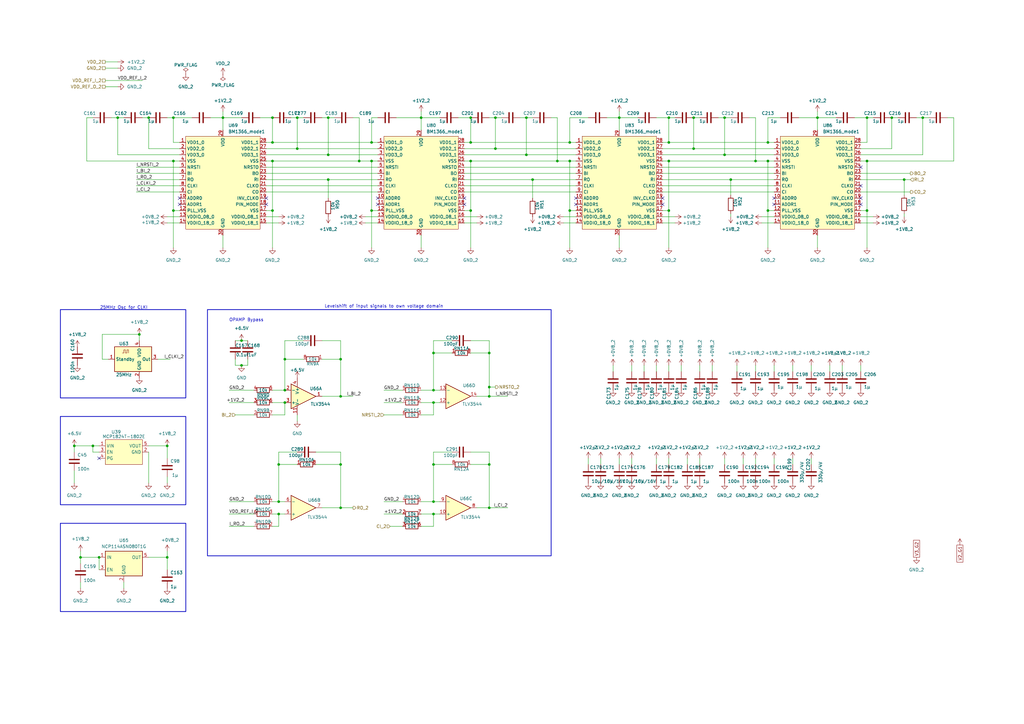
<source format=kicad_sch>
(kicad_sch (version 20231120) (generator "eeschema") (generator_version "8.0")
  (paper "A3")
  (junction (at 297.18 48.26))
  (junction (at 177.8 165.1))
  (junction (at 177.8 144.78))
  (junction (at 48.26 48.26))
  (junction (at 116.84 160.02))
  (junction (at 355.6 86.36))
  (junction (at 233.68 58.42))
  (junction (at 111.76 58.42))
  (junction (at 134.62 48.26))
  (junction (at 68.58 228.6) (diameter 0.9144))
  (junction (at 177.8 210.82))
  (junction (at 111.76 48.26))
  (junction (at 40.64 228.6))
  (junction (at 33.02 228.6) (diameter 0.9144))
  (junction (at 274.32 66.04))
  (junction (at 177.8 190.5))
  (junction (at 193.04 48.26))
  (junction (at 193.04 66.04))
  (junction (at 228.6 66.04))
  (junction (at 193.04 86.36))
  (junction (at 147.32 66.04))
  (junction (at 203.2 48.26))
  (junction (at 274.32 48.26))
  (junction (at 134.62 73.66))
  (junction (at 91.44 48.26))
  (junction (at 233.68 86.36))
  (junction (at 314.96 58.42))
  (junction (at 314.96 66.04))
  (junction (at 114.3 205.74))
  (junction (at 335.28 48.26))
  (junction (at 116.84 147.32))
  (junction (at 99.06 149.86))
  (junction (at 177.8 160.02))
  (junction (at 254 48.26))
  (junction (at 68.58 182.88))
  (junction (at 215.9 63.5))
  (junction (at 114.3 210.82))
  (junction (at 274.32 86.36))
  (junction (at 177.8 205.74))
  (junction (at 57.15 137.16))
  (junction (at 139.7 162.56))
  (junction (at 172.72 48.26))
  (junction (at 200.66 190.5))
  (junction (at 233.68 66.04))
  (junction (at 284.48 60.96))
  (junction (at 121.92 48.26))
  (junction (at 114.3 190.5))
  (junction (at 218.44 73.66))
  (junction (at 200.66 162.56))
  (junction (at 139.7 147.32))
  (junction (at 200.66 208.28))
  (junction (at 111.76 66.04))
  (junction (at 71.12 86.36))
  (junction (at 111.76 86.36))
  (junction (at 370.84 73.66))
  (junction (at 139.7 190.5))
  (junction (at 378.46 48.26))
  (junction (at 99.06 139.7))
  (junction (at 71.12 48.26))
  (junction (at 139.7 208.28))
  (junction (at 297.18 63.5))
  (junction (at 193.04 58.42))
  (junction (at 365.76 48.26))
  (junction (at 134.62 63.5))
  (junction (at 30.48 182.88) (diameter 0.9144))
  (junction (at 355.6 66.04))
  (junction (at 299.72 73.66))
  (junction (at 71.12 66.04))
  (junction (at 38.1 182.88))
  (junction (at 203.2 60.96))
  (junction (at 355.6 48.26))
  (junction (at 309.88 66.04))
  (junction (at 152.4 86.36))
  (junction (at 152.4 58.42))
  (junction (at 200.66 144.78))
  (junction (at 284.48 48.26))
  (junction (at 215.9 48.26))
  (junction (at 152.4 66.04))
  (junction (at 200.66 158.75))
  (junction (at 274.32 58.42))
  (junction (at 121.92 60.96))
  (junction (at 60.96 48.26))
  (junction (at 116.84 165.1))
  (junction (at 314.96 86.36))
  (no_connect (at 271.78 81.28))
  (no_connect (at 190.5 81.28))
  (no_connect (at 236.22 81.28))
  (no_connect (at 353.06 83.82))
  (no_connect (at 109.22 81.28))
  (no_connect (at 353.06 76.2))
  (no_connect (at 73.66 81.28))
  (no_connect (at 154.94 81.28))
  (no_connect (at 317.5 81.28))
  (no_connect (at 271.78 83.82))
  (no_connect (at 353.06 81.28))
  (no_connect (at 40.64 187.96))
  (no_connect (at 73.66 83.82))
  (no_connect (at 154.94 83.82))
  (no_connect (at 317.5 83.82))
  (no_connect (at 353.06 68.58))
  (no_connect (at 109.22 83.82))
  (no_connect (at 236.22 83.82))
  (no_connect (at 190.5 83.82))
  (wire (pts (xy 71.12 86.36) (xy 71.12 101.6)))
  (wire (pts (xy 297.18 48.26) (xy 299.72 48.26)))
  (wire (pts (xy 152.4 86.36) (xy 152.4 101.6)))
  (wire (pts (xy 215.9 48.26) (xy 218.44 48.26)))
  (wire (pts (xy 91.44 48.26) (xy 91.44 53.34)))
  (wire (pts (xy 177.8 144.78) (xy 177.8 160.02)))
  (wire (pts (xy 139.7 208.28) (xy 144.78 208.28)))
  (wire (pts (xy 57.15 137.16) (xy 41.91 137.16)))
  (wire (pts (xy 195.58 162.56) (xy 200.66 162.56)))
  (wire (pts (xy 48.26 48.26) (xy 50.8 48.26)))
  (wire (pts (xy 111.76 86.36) (xy 111.76 101.6)))
  (wire (pts (xy 134.62 48.26) (xy 137.16 48.26)))
  (wire (pts (xy 355.6 86.36) (xy 355.6 101.6)))
  (wire (pts (xy 271.78 66.04) (xy 274.32 66.04)))
  (wire (pts (xy 38.1 185.42) (xy 40.64 185.42)))
  (wire (pts (xy 68.58 88.9) (xy 73.66 88.9)))
  (wire (pts (xy 172.72 165.1) (xy 177.8 165.1)))
  (wire (pts (xy 274.32 149.86) (xy 274.32 152.4)))
  (wire (pts (xy 218.44 73.66) (xy 236.22 73.66)))
  (wire (pts (xy 139.7 162.56) (xy 132.08 162.56)))
  (wire (pts (xy 60.96 60.96) (xy 60.96 48.26)))
  (wire (pts (xy 185.42 139.7) (xy 177.8 139.7)))
  (wire (pts (xy 68.58 195.58) (xy 68.58 198.12)))
  (wire (pts (xy 114.3 215.9) (xy 114.3 210.82)))
  (wire (pts (xy 355.6 48.26) (xy 358.14 48.26)))
  (wire (pts (xy 274.32 86.36) (xy 274.32 101.6)))
  (wire (pts (xy 93.98 210.82) (xy 104.14 210.82)))
  (wire (pts (xy 96.52 147.32) (xy 96.52 149.86)))
  (wire (pts (xy 228.6 48.26) (xy 228.6 66.04)))
  (wire (pts (xy 274.32 187.96) (xy 274.32 190.5)))
  (wire (pts (xy 228.6 48.26) (xy 226.06 48.26)))
  (wire (pts (xy 60.96 228.6) (xy 68.58 228.6)))
  (wire (pts (xy 91.44 96.52) (xy 91.44 101.6)))
  (wire (pts (xy 332.74 149.86) (xy 332.74 152.4)))
  (wire (pts (xy 231.14 91.44) (xy 236.22 91.44)))
  (wire (pts (xy 269.24 187.96) (xy 269.24 190.5)))
  (wire (pts (xy 68.58 48.26) (xy 71.12 48.26)))
  (wire (pts (xy 177.8 160.02) (xy 180.34 160.02)))
  (wire (pts (xy 116.84 170.18) (xy 116.84 165.1)))
  (wire (pts (xy 193.04 144.78) (xy 200.66 144.78)))
  (wire (pts (xy 193.04 66.04) (xy 228.6 66.04)))
  (wire (pts (xy 139.7 147.32) (xy 139.7 162.56)))
  (wire (pts (xy 134.62 63.5) (xy 154.94 63.5)))
  (wire (pts (xy 162.56 48.26) (xy 172.72 48.26)))
  (wire (pts (xy 297.18 63.5) (xy 317.5 63.5)))
  (wire (pts (xy 68.58 182.88) (xy 68.58 187.96)))
  (wire (pts (xy 236.22 66.04) (xy 233.68 66.04)))
  (wire (pts (xy 40.64 228.6) (xy 40.64 233.68)))
  (wire (pts (xy 190.5 60.96) (xy 203.2 60.96)))
  (wire (pts (xy 111.76 160.02) (xy 116.84 160.02)))
  (wire (pts (xy 111.76 66.04) (xy 147.32 66.04)))
  (wire (pts (xy 177.8 170.18) (xy 177.8 165.1)))
  (wire (pts (xy 30.48 182.88) (xy 30.48 185.42)))
  (wire (pts (xy 271.78 86.36) (xy 274.32 86.36)))
  (wire (pts (xy 200.66 158.75) (xy 203.2 158.75)))
  (wire (pts (xy 365.76 60.96) (xy 365.76 48.26)))
  (wire (pts (xy 200.66 158.75) (xy 200.66 162.56)))
  (wire (pts (xy 355.6 58.42) (xy 355.6 48.26)))
  (wire (pts (xy 190.5 91.44) (xy 195.58 91.44)))
  (wire (pts (xy 193.04 58.42) (xy 193.04 48.26)))
  (wire (pts (xy 93.98 215.9) (xy 104.14 215.9)))
  (wire (pts (xy 264.16 149.86) (xy 264.16 152.4)))
  (wire (pts (xy 157.48 170.18) (xy 165.1 170.18)))
  (wire (pts (xy 177.8 139.7) (xy 177.8 144.78)))
  (wire (pts (xy 309.88 48.26) (xy 307.34 48.26)))
  (wire (pts (xy 177.8 210.82) (xy 180.34 210.82)))
  (wire (pts (xy 172.72 210.82) (xy 177.8 210.82)))
  (wire (pts (xy 30.48 193.04) (xy 30.48 198.12)))
  (wire (pts (xy 111.76 58.42) (xy 111.76 48.26)))
  (wire (pts (xy 254 48.26) (xy 254 53.34)))
  (wire (pts (xy 284.48 48.26) (xy 287.02 48.26)))
  (wire (pts (xy 60.96 182.88) (xy 68.58 182.88)))
  (wire (pts (xy 109.22 63.5) (xy 134.62 63.5)))
  (wire (pts (xy 345.44 152.4) (xy 345.44 149.86)))
  (wire (pts (xy 190.5 68.58) (xy 236.22 68.58)))
  (wire (pts (xy 129.54 190.5) (xy 139.7 190.5)))
  (wire (pts (xy 215.9 63.5) (xy 236.22 63.5)))
  (wire (pts (xy 124.46 139.7) (xy 116.84 139.7)))
  (wire (pts (xy 134.62 73.66) (xy 154.94 73.66)))
  (wire (pts (xy 370.84 87.63) (xy 370.84 88.9)))
  (wire (pts (xy 157.48 205.74) (xy 165.1 205.74)))
  (wire (pts (xy 353.06 66.04) (xy 355.6 66.04)))
  (wire (pts (xy 139.7 190.5) (xy 139.7 208.28)))
  (wire (pts (xy 271.78 63.5) (xy 297.18 63.5)))
  (wire (pts (xy 33.02 226.06) (xy 33.02 228.6)))
  (wire (pts (xy 71.12 86.36) (xy 73.66 86.36)))
  (wire (pts (xy 190.5 63.5) (xy 215.9 63.5)))
  (wire (pts (xy 154.94 48.26) (xy 152.4 48.26)))
  (wire (pts (xy 172.72 48.26) (xy 180.34 48.26)))
  (wire (pts (xy 185.42 185.42) (xy 177.8 185.42)))
  (wire (pts (xy 353.06 63.5) (xy 378.46 63.5)))
  (wire (pts (xy 353.06 88.9) (xy 358.14 88.9)))
  (wire (pts (xy 271.78 73.66) (xy 299.72 73.66)))
  (wire (pts (xy 269.24 48.26) (xy 274.32 48.26)))
  (wire (pts (xy 203.2 60.96) (xy 236.22 60.96)))
  (wire (pts (xy 111.76 58.42) (xy 152.4 58.42)))
  (wire (pts (xy 121.92 170.18) (xy 121.92 172.72)))
  (wire (pts (xy 55.88 71.12) (xy 73.66 71.12)))
  (wire (pts (xy 60.96 185.42) (xy 60.96 198.12)))
  (wire (pts (xy 35.56 48.26) (xy 38.1 48.26)))
  (wire (pts (xy 177.8 190.5) (xy 177.8 205.74)))
  (wire (pts (xy 254 48.26) (xy 261.62 48.26)))
  (wire (pts (xy 101.6 147.32) (xy 101.6 149.86)))
  (wire (pts (xy 68.58 228.6) (xy 68.58 233.68)))
  (wire (pts (xy 304.8 187.96) (xy 304.8 190.5)))
  (wire (pts (xy 157.48 165.1) (xy 165.1 165.1)))
  (wire (pts (xy 71.12 66.04) (xy 35.56 66.04)))
  (wire (pts (xy 147.32 66.04) (xy 152.4 66.04)))
  (wire (pts (xy 71.12 66.04) (xy 71.12 86.36)))
  (wire (pts (xy 365.76 48.26) (xy 368.3 48.26)))
  (wire (pts (xy 325.12 187.96) (xy 325.12 190.5)))
  (wire (pts (xy 193.04 139.7) (xy 200.66 139.7)))
  (wire (pts (xy 43.18 27.94) (xy 48.26 27.94)))
  (wire (pts (xy 121.92 48.26) (xy 124.46 48.26)))
  (wire (pts (xy 314.96 58.42) (xy 317.5 58.42)))
  (wire (pts (xy 353.06 60.96) (xy 365.76 60.96)))
  (wire (pts (xy 177.8 215.9) (xy 177.8 210.82)))
  (wire (pts (xy 45.72 48.26) (xy 48.26 48.26)))
  (wire (pts (xy 121.92 60.96) (xy 154.94 60.96)))
  (wire (pts (xy 91.44 45.72) (xy 91.44 48.26)))
  (wire (pts (xy 284.48 60.96) (xy 317.5 60.96)))
  (wire (pts (xy 134.62 73.66) (xy 134.62 81.28)))
  (wire (pts (xy 259.08 149.86) (xy 259.08 152.4)))
  (wire (pts (xy 30.48 182.88) (xy 38.1 182.88)))
  (wire (pts (xy 106.68 48.26) (xy 111.76 48.26)))
  (wire (pts (xy 149.86 91.44) (xy 154.94 91.44)))
  (wire (pts (xy 55.88 76.2) (xy 73.66 76.2)))
  (wire (pts (xy 309.88 187.96) (xy 309.88 190.5)))
  (wire (pts (xy 38.1 185.42) (xy 38.1 182.88)))
  (wire (pts (xy 299.72 73.66) (xy 317.5 73.66)))
  (wire (pts (xy 172.72 160.02) (xy 177.8 160.02)))
  (wire (pts (xy 114.3 210.82) (xy 116.84 210.82)))
  (wire (pts (xy 271.78 68.58) (xy 317.5 68.58)))
  (wire (pts (xy 111.76 205.74) (xy 114.3 205.74)))
  (wire (pts (xy 375.92 48.26) (xy 378.46 48.26)))
  (wire (pts (xy 254 45.72) (xy 254 48.26)))
  (wire (pts (xy 233.68 58.42) (xy 236.22 58.42)))
  (wire (pts (xy 353.06 91.44) (xy 358.14 91.44)))
  (wire (pts (xy 154.94 66.04) (xy 152.4 66.04)))
  (wire (pts (xy 109.22 78.74) (xy 154.94 78.74)))
  (wire (pts (xy 193.04 58.42) (xy 233.68 58.42)))
  (wire (pts (xy 200.66 190.5) (xy 200.66 208.28)))
  (wire (pts (xy 134.62 63.5) (xy 134.62 48.26)))
  (wire (pts (xy 109.22 73.66) (xy 134.62 73.66)))
  (wire (pts (xy 314.96 86.36) (xy 314.96 101.6)))
  (wire (pts (xy 111.76 170.18) (xy 116.84 170.18)))
  (wire (pts (xy 335.28 45.72) (xy 335.28 48.26)))
  (wire (pts (xy 96.52 170.18) (xy 104.14 170.18)))
  (wire (pts (xy 172.72 205.74) (xy 177.8 205.74)))
  (wire (pts (xy 139.7 208.28) (xy 132.08 208.28)))
  (wire (pts (xy 353.06 86.36) (xy 355.6 86.36)))
  (wire (pts (xy 190.5 88.9) (xy 195.58 88.9)))
  (wire (pts (xy 314.96 48.26) (xy 314.96 58.42)))
  (wire (pts (xy 271.78 71.12) (xy 317.5 71.12)))
  (wire (pts (xy 177.8 190.5) (xy 185.42 190.5)))
  (wire (pts (xy 111.76 215.9) (xy 114.3 215.9)))
  (wire (pts (xy 274.32 58.42) (xy 274.32 48.26)))
  (wire (pts (xy 43.18 35.56) (xy 48.26 35.56)))
  (wire (pts (xy 314.96 48.26) (xy 320.04 48.26)))
  (wire (pts (xy 200.66 139.7) (xy 200.66 144.78)))
  (wire (pts (xy 355.6 66.04) (xy 391.16 66.04)))
  (wire (pts (xy 177.8 165.1) (xy 180.34 165.1)))
  (wire (pts (xy 203.2 60.96) (xy 203.2 48.26)))
  (wire (pts (xy 353.06 58.42) (xy 355.6 58.42)))
  (wire (pts (xy 116.84 147.32) (xy 116.84 160.02)))
  (wire (pts (xy 96.52 139.7) (xy 99.06 139.7)))
  (wire (pts (xy 139.7 139.7) (xy 139.7 147.32)))
  (wire (pts (xy 200.66 48.26) (xy 203.2 48.26)))
  (wire (pts (xy 378.46 63.5) (xy 378.46 48.26)))
  (wire (pts (xy 309.88 149.86) (xy 309.88 152.4)))
  (wire (pts (xy 340.36 149.86) (xy 340.36 152.4)))
  (wire (pts (xy 149.86 88.9) (xy 154.94 88.9)))
  (wire (pts (xy 38.1 182.88) (xy 40.64 182.88)))
  (wire (pts (xy 287.02 149.86) (xy 287.02 152.4)))
  (wire (pts (xy 147.32 66.04) (xy 147.32 48.26)))
  (wire (pts (xy 353.06 73.66) (xy 370.84 73.66)))
  (wire (pts (xy 116.84 139.7) (xy 116.84 147.32)))
  (wire (pts (xy 200.66 185.42) (xy 200.66 190.5)))
  (wire (pts (xy 109.22 91.44) (xy 114.3 91.44)))
  (wire (pts (xy 129.54 185.42) (xy 139.7 185.42)))
  (wire (pts (xy 213.36 48.26) (xy 215.9 48.26)))
  (wire (pts (xy 121.92 60.96) (xy 121.92 48.26)))
  (wire (pts (xy 86.36 48.26) (xy 91.44 48.26)))
  (wire (pts (xy 233.68 86.36) (xy 233.68 101.6)))
  (wire (pts (xy 55.88 73.66) (xy 73.66 73.66)))
  (wire (pts (xy 157.48 210.82) (xy 165.1 210.82)))
  (wire (pts (xy 299.72 87.63) (xy 299.72 88.9)))
  (wire (pts (xy 172.72 215.9) (xy 177.8 215.9)))
  (wire (pts (xy 350.52 48.26) (xy 355.6 48.26)))
  (wire (pts (xy 193.04 86.36) (xy 193.04 101.6)))
  (wire (pts (xy 233.68 48.26) (xy 233.68 58.42)))
  (wire (pts (xy 152.4 48.26) (xy 152.4 58.42)))
  (wire (pts (xy 33.02 228.6) (xy 40.64 228.6)))
  (wire (pts (xy 60.96 60.96) (xy 73.66 60.96)))
  (wire (pts (xy 271.78 60.96) (xy 284.48 60.96)))
  (wire (pts (xy 109.22 60.96) (xy 121.92 60.96)))
  (wire (pts (xy 109.22 76.2) (xy 154.94 76.2)))
  (wire (pts (xy 279.4 149.86) (xy 279.4 152.4)))
  (wire (pts (xy 317.5 187.96) (xy 317.5 190.5)))
  (wire (pts (xy 114.3 205.74) (xy 116.84 205.74)))
  (wire (pts (xy 43.18 25.4) (xy 48.26 25.4)))
  (wire (pts (xy 114.3 185.42) (xy 114.3 190.5)))
  (wire (pts (xy 297.18 187.96) (xy 297.18 190.5)))
  (wire (pts (xy 193.04 66.04) (xy 193.04 86.36)))
  (wire (pts (xy 378.46 48.26) (xy 381 48.26)))
  (wire (pts (xy 71.12 48.26) (xy 71.12 58.42)))
  (wire (pts (xy 353.06 152.4) (xy 353.06 149.86)))
  (wire (pts (xy 111.76 165.1) (xy 116.84 165.1)))
  (wire (pts (xy 327.66 48.26) (xy 335.28 48.26)))
  (wire (pts (xy 284.48 60.96) (xy 284.48 48.26)))
  (wire (pts (xy 274.32 66.04) (xy 274.32 86.36)))
  (wire (pts (xy 355.6 66.04) (xy 355.6 86.36)))
  (wire (pts (xy 309.88 66.04) (xy 309.88 48.26)))
  (wire (pts (xy 269.24 149.86) (xy 269.24 152.4)))
  (wire (pts (xy 274.32 66.04) (xy 309.88 66.04)))
  (wire (pts (xy 314.96 86.36) (xy 317.5 86.36)))
  (wire (pts (xy 139.7 162.56) (xy 144.78 162.56)))
  (wire (pts (xy 33.02 228.6) (xy 33.02 231.14)))
  (wire (pts (xy 193.04 66.04) (xy 190.5 66.04)))
  (wire (pts (xy 233.68 86.36) (xy 236.22 86.36)))
  (wire (pts (xy 121.92 185.42) (xy 114.3 185.42)))
  (wire (pts (xy 114.3 190.5) (xy 121.92 190.5)))
  (wire (pts (xy 353.06 71.12) (xy 373.38 71.12)))
  (wire (pts (xy 96.52 149.86) (xy 99.06 149.86)))
  (wire (pts (xy 332.74 187.96) (xy 332.74 190.5)))
  (wire (pts (xy 218.44 73.66) (xy 218.44 81.28)))
  (wire (pts (xy 41.91 137.16) (xy 41.91 147.32)))
  (wire (pts (xy 68.58 91.44) (xy 73.66 91.44)))
  (wire (pts (xy 200.66 208.28) (xy 208.28 208.28)))
  (wire (pts (xy 172.72 45.72) (xy 172.72 48.26)))
  (wire (pts (xy 233.68 48.26) (xy 241.3 48.26)))
  (wire (pts (xy 91.44 48.26) (xy 99.06 48.26)))
  (wire (pts (xy 251.46 149.86) (xy 251.46 152.4)))
  (wire (pts (xy 190.5 76.2) (xy 236.22 76.2)))
  (wire (pts (xy 248.92 48.26) (xy 254 48.26)))
  (wire (pts (xy 35.56 66.04) (xy 35.56 48.26)))
  (wire (pts (xy 58.42 48.26) (xy 60.96 48.26)))
  (wire (pts (xy 109.22 71.12) (xy 154.94 71.12)))
  (wire (pts (xy 109.22 66.04) (xy 111.76 66.04)))
  (wire (pts (xy 391.16 66.04) (xy 391.16 48.26)))
  (wire (pts (xy 200.66 208.28) (xy 195.58 208.28)))
  (wire (pts (xy 116.84 147.32) (xy 124.46 147.32)))
  (wire (pts (xy 172.72 170.18) (xy 177.8 170.18)))
  (wire (pts (xy 48.26 63.5) (xy 48.26 48.26)))
  (wire (pts (xy 317.5 66.04) (xy 314.96 66.04)))
  (wire (pts (xy 68.58 226.06) (xy 68.58 228.6)))
  (wire (pts (xy 177.8 205.74) (xy 180.34 205.74)))
  (wire (pts (xy 139.7 185.42) (xy 139.7 190.5)))
  (wire (pts (xy 111.76 210.82) (xy 114.3 210.82)))
  (wire (pts (xy 325.12 152.4) (xy 325.12 149.86)))
  (wire (pts (xy 33.02 238.76) (xy 33.02 241.3)))
  (wire (pts (xy 152.4 66.04) (xy 152.4 86.36)))
  (wire (pts (xy 114.3 190.5) (xy 114.3 205.74)))
  (wire (pts (xy 297.18 63.5) (xy 297.18 48.26)))
  (wire (pts (xy 200.66 144.78) (xy 200.66 158.75)))
  (wire (pts (xy 152.4 86.36) (xy 154.94 86.36)))
  (wire (pts (xy 228.6 66.04) (xy 233.68 66.04)))
  (wire (pts (xy 55.88 68.58) (xy 73.66 68.58)))
  (wire (pts (xy 55.88 78.74) (xy 73.66 78.74)))
  (wire (pts (xy 71.12 48.26) (xy 78.74 48.26)))
  (wire (pts (xy 109.22 68.58) (xy 154.94 68.58)))
  (wire (pts (xy 292.1 149.86) (xy 292.1 152.4)))
  (wire (pts (xy 187.96 48.26) (xy 193.04 48.26)))
  (wire (pts (xy 335.28 48.26) (xy 335.28 53.34)))
  (wire (pts (xy 391.16 48.26) (xy 388.62 48.26)))
  (wire (pts (xy 99.06 149.86) (xy 101.6 149.86)))
  (wire (pts (xy 215.9 63.5) (xy 215.9 48.26)))
  (wire (pts (xy 93.98 160.02) (xy 104.14 160.02)))
  (wire (pts (xy 109.22 86.36) (xy 111.76 86.36)))
  (wire (pts (xy 302.26 149.86) (xy 302.26 152.4)))
  (wire (pts (xy 157.48 160.02) (xy 165.1 160.02)))
  (wire (pts (xy 254 187.96) (xy 254 190.5)))
  (wire (pts (xy 299.72 73.66) (xy 299.72 80.01)))
  (wire (pts (xy 172.72 96.52) (xy 172.72 101.6)))
  (wire (pts (xy 147.32 48.26) (xy 144.78 48.26)))
  (wire (pts (xy 335.28 96.52) (xy 335.28 101.6)))
  (wire (pts (xy 190.5 58.42) (xy 193.04 58.42)))
  (wire (pts (xy 271.78 91.44) (xy 276.86 91.44)))
  (wire (pts (xy 193.04 185.42) (xy 200.66 185.42)))
  (wire (pts (xy 190.5 78.74) (xy 236.22 78.74)))
  (wire (pts (xy 271.78 76.2) (xy 317.5 76.2)))
  (wire (pts (xy 41.91 147.32) (xy 44.45 147.32)))
  (wire (pts (xy 177.8 144.78) (xy 185.42 144.78)))
  (wire (pts (xy 177.8 185.42) (xy 177.8 190.5)))
  (wire (pts (xy 132.08 139.7) (xy 139.7 139.7)))
  (wire (pts (xy 50.8 238.76) (xy 50.8 241.3)))
  (wire (pts (xy 132.08 147.32) (xy 139.7 147.32)))
  (wire (pts (xy 99.06 139.7) (xy 101.6 139.7)))
  (wire (pts (xy 271.78 88.9) (xy 276.86 88.9)))
  (wire (pts (xy 314.96 66.04) (xy 314.96 86.36)))
  (wire (pts (xy 259.08 187.96) (xy 259.08 190.5)))
  (wire (pts (xy 109.22 58.42) (xy 111.76 58.42)))
  (wire (pts (xy 193.04 190.5) (xy 200.66 190.5)))
  (wire (pts (xy 246.38 187.96) (xy 246.38 190.5)))
  (wire (pts (xy 294.64 48.26) (xy 297.18 48.26)))
  (wire (pts (xy 254 96.52) (xy 254 101.6)))
  (wire (pts (xy 274.32 58.42) (xy 314.96 58.42)))
  (wire (pts (xy 93.98 205.74) (xy 104.14 205.74)))
  (wire (pts (xy 274.32 48.26) (xy 276.86 48.26)))
  (wire (pts (xy 317.5 152.4) (xy 317.5 149.86)))
  (wire (pts (xy 172.72 48.26) (xy 172.72 53.34)))
  (wire (pts (xy 271.78 78.74) (xy 317.5 78.74)))
  (wire (pts (xy 281.94 187.96) (xy 281.94 190.5)))
  (wire (pts (xy 203.2 48.26) (xy 205.74 48.26)))
  (wire (pts (xy 190.5 73.66) (xy 218.44 73.66)))
  (wire (pts (xy 370.84 73.66) (xy 370.84 80.01)))
  (wire (pts (xy 111.76 66.04) (xy 111.76 86.36)))
  (wire (pts (xy 271.78 58.42) (xy 274.32 58.42)))
  (wire (pts (xy 233.68 66.04) (xy 233.68 86.36)))
  (wire (pts (xy 160.02 215.9) (xy 165.1 215.9)))
  (wire (pts (xy 190.5 71.12) (xy 236.22 71.12)))
  (wire (pts (xy 71.12 58.42) (xy 73.66 58.42)))
  (wire (pts (xy 57.15 137.16) (xy 57.15 139.7)))
  (wire (pts (xy 73.66 66.04) (xy 71.12 66.04)))
  (wire (pts (xy 93.98 165.1) (xy 104.14 165.1)))
  (wire (pts (xy 43.18 33.02) (xy 58.42 33.02)))
  (wire (pts (xy 241.3 187.96) (xy 241.3 190.5)))
  (wire (pts (xy 309.88 66.04) (xy 314.96 66.04)))
  (wire (pts (xy 312.42 91.44) (xy 317.5 91.44)))
  (wire (pts (xy 152.4 58.42) (xy 154.94 58.42)))
  (wire (pts (xy 109.22 88.9) (xy 114.3 88.9)))
  (wire (pts (xy 64.77 147.32) (xy 69.85 147.32)))
  (wire (pts (xy 287.02 187.96) (xy 287.02 190.5)))
  (wire (pts (xy 353.06 78.74) (xy 373.38 78.74)))
  (wire (pts (xy 312.42 88.9) (xy 317.5 88.9)))
  (wire (pts (xy 119.38 48.26) (xy 121.92 48.26)))
  (wire (pts (xy 48.26 63.5) (xy 73.66 63.5)))
  (wire (pts (xy 190.5 86.36) (xy 193.04 86.36)))
  (wire (pts (xy 200.66 162.56) (xy 208.28 162.56)))
  (wire (pts (xy 370.84 73.66) (xy 373.38 73.66)))
  (wire (pts (xy 231.14 88.9) (xy 236.22 88.9)))
  (wire (pts (xy 132.08 48.26) (xy 134.62 48.26)))
  (wire (pts (xy 335.28 48.26) (xy 342.9 48.26)))
  (rectangle (start 24.765 170.815) (end 76.2 207.01) (stroke (width 0.3)))
  (rectangle (start 24.765 214.63) (end 76.2 250.825) (stroke (width 0.3)))
  (rectangle (start 85.09 127) (end 226.06 227.965) (stroke (width 0.3)))
  (rectangle (start 24.765 127) (end 76.2 163.195) (stroke (width 0.3)))
  (text "25MHz Osc for CLKI" (at 50.8 126.238 0) (effects (font (size 1.27 1.27))))
  (text "OPAMP Bypass" (at 93.98 132.08 0) (effects (font (size 1.27 1.27)) (justify left bottom)))
  (text "Levelshift of input signals to own voltage domain" (at 157.48 125.73 0) (effects (font (size 1.27 1.27))))
  (label "I_BI_2" (at 55.88 71.12 0))
  (label "I_CI_2" (at 55.88 78.74 0))
  (label "I_NRSTI_2" (at 203.2 162.56 0))
  (label "GND_2" (at 93.98 160.02 0))
  (label "I_CI_2" (at 208.28 208.28 180))
  (label "I_BI_2" (at 142.24 162.56 0))
  (label "GND_2" (at 157.48 160.02 0))
  (label "I_CLKI_2" (at 67.31 147.32 0))
  (label "VDD_REF_I_2" (at 48.26 33.02 0))
  (label "VDD_REF_I_2" (at 93.98 210.82 0))
  (label "I_CLKI_2" (at 55.88 76.2 0))
  (label "I_RO_2" (at 55.88 73.66 0))
  (label "I_RO_2" (at 93.98 215.9 0))
  (label "+1V2_2" (at 157.48 210.82 0))
  (label "GND_2" (at 93.98 205.74 0))
  (label "+1V2_2" (at 100.33 165.1 180))
  (label "I_NRSTI_2" (at 55.88 68.58 0))
  (label "GND_2" (at 157.48 205.74 0))
  (label "+1V2_2" (at 157.48 165.1 0))
  (global_label "V3_G2" (shape passive) (at 375.92 228.6 90) (property "Intersheetrefs" "${INTERSHEET_REFS}" (effects (hide yes))))
  (global_label "V2_G1" (shape passive) (at 393.7 223.52 270) (property "Intersheetrefs" "${INTERSHEET_REFS}" (effects (hide yes))))
  (hierarchical_label "RI_2" (shape input) (at 373.38 73.66 0))
  (hierarchical_label "BO_2" (shape output) (at 373.38 71.12 0))
  (hierarchical_label "CO_2" (shape output) (at 373.38 78.74 0))
  (hierarchical_label "VDD_REF_O_2" (shape passive) (at 43.18 35.56 180))
  (hierarchical_label "CI_2" (shape input) (at 160.02 215.9 180))
  (hierarchical_label "RO_2" (shape output) (at 144.78 208.28 0))
  (hierarchical_label "GND_2" (shape passive) (at 43.18 27.94 180))
  (hierarchical_label "VDD_2" (shape passive) (at 43.18 25.4 180))
  (hierarchical_label "BI_2" (shape input) (at 96.52 170.18 180))
  (hierarchical_label "NRSTO_2" (shape output) (at 203.2 158.75 0))
  (hierarchical_label "NRSTI_2" (shape input) (at 157.48 170.18 180))
  (hierarchical_label "VDD_REF_I_2" (shape passive) (at 43.18 33.02 180))
  (symbol (lib_id "mylib7:GND_2") (at 297.18 198.12 0) (unit 1)
    (property "Reference" "#PWR0435" (effects (hide yes)))
    (property "Value" "GND_2" (at 297.18 203.2 0))
  )
  (symbol (lib_id "mylib7:R_Network04_Split_SMD") (at 168.91 165.1 270) (unit 2)
    (property "Reference" "RN11" (at 168.91 163.195 90))
    (property "Value" "10k" (at 168.91 165.1 90))
    (property "Footprint" "Resistor_SMD:R_Array_Convex_4x0603" (effects (hide yes)))
    (property "Datasheet" "http://www.vishay.com/docs/31509/csc.pdf" (effects (hide yes)))
    (property "Description" "4 resistor network, star topology, bussed resistors, split" (effects (hide yes)))
  )
  (symbol (lib_id "Device:C") (at 325.12 194.31 0) (unit 1)
    (property "Reference" "C199" (at 323.85 193.04 90) (effects (justify left)))
    (property "Value" "330µ/4V" (at 328.93 198.12 90) (effects (justify left)))
    (property "Footprint" "Capacitor_SMD:C_1210_3225Metric" (effects (hide yes)))
    (property "Distributor" "D" (effects (hide yes)))
    (property "Manufacturer" "GRM32ER60G337ME05K" (effects (hide yes)))
    (property "OrderNr" "490-GRM32ER60G337ME05KCT-ND" (effects (hide yes)))
  )
  (symbol (lib_id "mylib7:+1V2_2") (at 393.7 223.52 0) (unit 1)
    (property "Reference" "#PWR0372" (effects (hide yes)))
    (property "Value" "+1V2_2" (effects (hide yes)))
    (property "Description" "Power symbol creates a global label with name \"+1V2\"" (effects (hide yes)))
  )
  (symbol (lib_id "mylib7:GND_2") (at 50.8 241.3 0) (mirror y) (unit 1)
    (property "Reference" "#PWR0387" (effects (hide yes)))
    (property "Value" "GND_2" (at 50.8 246.38 0))
  )
  (symbol (lib_id "mylib7:GND_2") (at 317.5 198.12 0) (unit 1)
    (property "Reference" "#PWR0451" (effects (hide yes)))
    (property "Value" "GND_2" (at 317.5 203.2 0))
  )
  (symbol (lib_id "mylib7:GND_2") (at 111.76 101.6 0) (mirror y) (unit 1)
    (property "Reference" "#PWR0405" (effects (hide yes)))
    (property "Value" "GND_2" (at 111.76 106.68 0))
  )
  (symbol (lib_id "mylib7:+1V2_2") (at 332.74 187.96 0) (unit 1)
    (property "Reference" "#PWR0460" (effects (hide yes)))
    (property "Value" "+1V2_2" (at 332.74 183.515 0))
  )
  (symbol (lib_id "mylib7:+1V2_2") (at 274.32 187.96 0) (unit 1)
    (property "Reference" "#PWR0421" (effects (hide yes)))
    (property "Value" "+1V2_2" (at 274.32 183.515 0))
  )
  (symbol (lib_id "mylib7:+1V8_2") (at 317.5 149.86 0) (unit 1)
    (property "Reference" "#PWR0448" (effects (hide yes)))
    (property "Value" "+1V8_2" (at 317.5 144.78 0))
    (property "Description" "Power symbol creates a global label with name \"+1V8\"" (effects (hide yes)))
  )
  (symbol (lib_name "TLV3544_2") (lib_id "bitaxe:TLV3544") (at 121.92 208.28 0) (unit 2)
    (property "Reference" "U66" (at 128.905 205.105 0))
    (property "Value" "TLV3544" (at 130.175 212.09 0))
    (property "Footprint" "Package_SO:SOIC-14_3.9x8.7mm_P1.27mm" (effects (hide yes)))
    (property "Datasheet" "https://www.ti.com/lit/ds/symlink/tlv3542.pdf" (effects (hide yes)))
    (property "DK" "296-45352-1-ND" (effects (hide yes)))
    (property "PARTNO" "TLV3544IPWR" (effects (hide yes)))
  )
  (symbol (lib_id "mylib7:+0V8_2") (at 264.16 149.86 0) (unit 1) (in_bom no) (on_board no)
    (property "Reference" "U73" (effects (hide yes)))
    (property "Value" "+0V8_2" (at 264.16 146.685 90) (effects (justify left)))
    (property "Distributor" "-" (effects (hide yes)))
  )
  (symbol (lib_id "mylib7:R_Network04_Split_SMD") (at 189.23 144.78 90) (unit 1)
    (property "Reference" "RN11" (at 189.23 142.875 90))
    (property "Value" "10k" (at 189.23 144.78 90))
    (property "Footprint" "Resistor_SMD:R_Array_Convex_4x0603" (effects (hide yes)))
    (property "Datasheet" "http://www.vishay.com/docs/31509/csc.pdf" (effects (hide yes)))
    (property "Description" "4 resistor network, star topology, bussed resistors, split" (effects (hide yes)))
  )
  (symbol (lib_id "mylib7:GND_2") (at 281.94 198.12 0) (unit 1)
    (property "Reference" "#PWR0425" (effects (hide yes)))
    (property "Value" "GND_2" (at 281.94 203.2 0))
  )
  (symbol (lib_id "mylib7:R_Network04_Split_SMD") (at 168.91 160.02 270) (unit 4)
    (property "Reference" "RN11" (at 168.91 158.115 90))
    (property "Value" "10k" (at 168.91 160.02 90))
    (property "Footprint" "Resistor_SMD:R_Array_Convex_4x0603" (effects (hide yes)))
    (property "Datasheet" "http://www.vishay.com/docs/31509/csc.pdf" (effects (hide yes)))
    (property "Description" "4 resistor network, star topology, bussed resistors, split" (effects (hide yes)))
  )
  (symbol (lib_id "mylib7:R_Network04_Split_SMD") (at 189.23 190.5 270) (unit 1)
    (property "Reference" "RN12" (at 189.23 192.405 90))
    (property "Value" "10k" (at 189.23 190.5 90))
    (property "Footprint" "Resistor_SMD:R_Array_Convex_4x0603" (effects (hide yes)))
    (property "Datasheet" "http://www.vishay.com/docs/31509/csc.pdf" (effects (hide yes)))
    (property "Description" "4 resistor network, star topology, bussed resistors, split" (effects (hide yes)))
  )
  (symbol (lib_id "Device:C") (at 290.83 48.26 90) (unit 1)
    (property "Reference" "C211" (at 288.29 45.72 90) (effects (justify left bottom)))
    (property "Value" "1µ" (at 289.56 48.895 90) (effects (justify left bottom)))
    (property "Footprint" "Capacitor_SMD:C_0805_2012Metric" (effects (hide yes)))
  )
  (symbol (lib_id "mylib7:R_Network04_Split_SMD") (at 107.95 215.9 270) (unit 2)
    (property "Reference" "RN10" (at 107.95 213.995 90))
    (property "Value" "10k" (at 107.95 215.9 90))
    (property "Footprint" "Resistor_SMD:R_Array_Convex_4x0603" (effects (hide yes)))
    (property "Datasheet" "http://www.vishay.com/docs/31509/csc.pdf" (effects (hide yes)))
    (property "Description" "4 resistor network, star topology, bussed resistors, split" (effects (hide yes)))
  )
  (symbol (lib_id "Device:C") (at 325.12 156.21 0) (unit 1)
    (property "Reference" "C198" (at 326.39 154.305 0) (effects (justify left bottom)))
    (property "Value" "1µ" (at 326.39 159.385 0) (effects (justify left bottom)))
    (property "Footprint" "Capacitor_SMD:C_0805_2012Metric" (effects (hide yes)))
  )
  (symbol (lib_id "mylib7:GND_2") (at 304.8 198.12 0) (unit 1)
    (property "Reference" "#PWR0439" (effects (hide yes)))
    (property "Value" "GND_2" (at 304.8 203.2 0))
  )
  (symbol (lib_id "Device:C") (at 30.48 189.23 0) (unit 1)
    (property "Reference" "C45" (at 31.75 187.325 0) (effects (justify left bottom)))
    (property "Value" "100n" (at 31.75 193.04 0) (effects (justify left bottom)))
    (property "Footprint" "Capacitor_SMD:C_0805_2012Metric" (effects (hide yes)))
  )
  (symbol (lib_id "Device:C") (at 101.6 143.51 180) (unit 1)
    (property "Reference" "C168" (at 106.68 140.97 0) (effects (justify left bottom)))
    (property "Value" "1uF" (at 105.41 144.78 0) (effects (justify left bottom)))
    (property "Footprint" "Capacitor_SMD:C_0805_2012Metric" (effects (hide yes)))
    (property "DK" "587-5514-1-ND" (effects (hide yes)))
    (property "PARTNO" "EMK105BJ105MV-F" (effects (hide yes)))
  )
  (symbol (lib_id "mylib7:+0V8_2") (at 195.58 88.9 270) (unit 1) (in_bom no) (on_board no)
    (property "Reference" "U81" (effects (hide yes)))
    (property "Value" "+0V8_2" (at 198.755 88.9 90) (effects (justify left)))
    (property "Distributor" "-" (effects (hide yes)))
  )
  (symbol (lib_id "Device:C") (at 317.5 156.21 0) (unit 1)
    (property "Reference" "C195" (at 318.77 154.305 0) (effects (justify left bottom)))
    (property "Value" "1µ" (at 318.77 159.385 0) (effects (justify left bottom)))
    (property "Footprint" "Capacitor_SMD:C_0805_2012Metric" (effects (hide yes)))
  )
  (symbol (lib_id "mylib7:+1V2_2") (at 281.94 187.96 0) (unit 1)
    (property "Reference" "#PWR0424" (effects (hide yes)))
    (property "Value" "+1V2_2" (at 281.94 183.515 0))
  )
  (symbol (lib_id "mylib7:GND_2") (at 33.02 241.3 0) (mirror y) (unit 1)
    (property "Reference" "#PWR0381" (effects (hide yes)))
    (property "Value" "GND_2" (at 33.02 246.38 0))
  )
  (symbol (lib_id "Device:C") (at 332.74 194.31 0) (unit 1)
    (property "Reference" "C202" (at 331.47 193.04 90) (effects (justify left)))
    (property "Value" "330µ/4V" (at 336.55 198.12 90) (effects (justify left)))
    (property "Footprint" "Capacitor_SMD:C_1210_3225Metric" (effects (hide yes)))
    (property "Distributor" "D" (effects (hide yes)))
    (property "Manufacturer" "GRM32ER60G337ME05K" (effects (hide yes)))
    (property "OrderNr" "490-GRM32ER60G337ME05KCT-ND" (effects (hide yes)))
  )
  (symbol (lib_id "mylib7:GND_2") (at 60.96 198.12 0) (unit 1)
    (property "Reference" "#PWR0261" (effects (hide yes)))
    (property "Value" "GND_2" (at 60.96 203.2 0))
  )
  (symbol (lib_id "mylib7:+0V8_2") (at 259.08 149.86 0) (unit 1) (in_bom no) (on_board no)
    (property "Reference" "U72" (effects (hide yes)))
    (property "Value" "+0V8_2" (at 259.08 146.685 90) (effects (justify left)))
    (property "Distributor" "-" (effects (hide yes)))
  )
  (symbol (lib_id "mylib7:+1V8_2") (at 68.58 182.88 0) (unit 1)
    (property "Reference" "#PWR0270" (effects (hide yes)))
    (property "Value" "+1V8_2" (at 68.58 177.8 0))
    (property "Description" "Power symbol creates a global label with name \"+1V8\"" (effects (hide yes)))
  )
  (symbol (lib_id "Device:C") (at 274.32 156.21 180) (unit 1)
    (property "Reference" "C181" (at 271.78 158.75 90) (effects (justify left bottom)))
    (property "Value" "1µ" (at 274.955 157.48 90) (effects (justify left bottom)))
    (property "Footprint" "Capacitor_SMD:C_0805_2012Metric" (effects (hide yes)))
  )
  (symbol (lib_id "mylib7:GND_2") (at 31.75 149.86 0) (unit 1)
    (property "Reference" "#PWR0383" (effects (hide yes)))
    (property "Value" "GND_2" (at 31.75 154.94 0))
  )
  (symbol (lib_id "mylib7:GND_2") (at 274.32 198.12 0) (unit 1)
    (property "Reference" "#PWR0422" (effects (hide yes)))
    (property "Value" "GND_2" (at 274.32 203.2 0))
  )
  (symbol (lib_id "mylib7:+1V2_2") (at 317.5 187.96 0) (unit 1)
    (property "Reference" "#PWR0450" (effects (hide yes)))
    (property "Value" "+1V2_2" (at 317.5 183.515 0))
  )
  (symbol (lib_id "mylib7:GND_2") (at 152.4 101.6 0) (mirror y) (unit 1)
    (property "Reference" "#PWR0430" (effects (hide yes)))
    (property "Value" "GND_2" (at 152.4 106.68 0))
  )
  (symbol (lib_id "mylib7:+1V8_2") (at 149.86 91.44 90) (unit 1)
    (property "Reference" "#PWR0426" (effects (hide yes)))
    (property "Value" "+1V8_2" (at 143.002 91.44 90))
    (property "Description" "Power symbol creates a global label with name \"+1V8\"" (effects (hide yes)))
  )
  (symbol (lib_id "power:GND") (at 121.92 172.72 0) (unit 1)
    (property "Reference" "#PWR0370" (effects (hide yes)))
    (property "Value" "GND" (at 121.92 177.8 0))
    (property "Description" "Power symbol creates a global label with name \"GND\" , ground" (effects (hide yes)))
  )
  (symbol (lib_id "Device:C") (at 41.91 48.26 90) (unit 1)
    (property "Reference" "C161" (at 39.37 45.72 90) (effects (justify left bottom)))
    (property "Value" "1µ" (at 40.64 48.895 90) (effects (justify left bottom)))
    (property "Footprint" "Capacitor_SMD:C_0805_2012Metric" (effects (hide yes)))
  )
  (symbol (lib_id "mylib7:+1V8_2") (at 340.36 149.86 0) (unit 1)
    (property "Reference" "#PWR0462" (effects (hide yes)))
    (property "Value" "+1V8_2" (at 340.36 144.78 0))
    (property "Description" "Power symbol creates a global label with name \"+1V8\"" (effects (hide yes)))
  )
  (symbol (lib_id "mylib7:GND_2") (at 254 198.12 0) (unit 1)
    (property "Reference" "#PWR0411" (effects (hide yes)))
    (property "Value" "GND_2" (at 254 203.2 0))
  )
  (symbol (lib_id "mylib7:+0V8_2") (at 274.32 149.86 0) (unit 1) (in_bom no) (on_board no)
    (property "Reference" "U75" (effects (hide yes)))
    (property "Value" "+0V8_2" (at 274.32 146.685 90) (effects (justify left)))
    (property "Distributor" "-" (effects (hide yes)))
  )
  (symbol (lib_id "mylib7:GND_2") (at 48.26 35.56 90) (mirror x) (unit 1)
    (property "Reference" "#PWR0162" (effects (hide yes)))
    (property "Value" "GND_2" (at 52.07 35.5599 90) (effects (justify right)))
  )
  (symbol (lib_id "mylib7:+1V2_2") (at 91.44 45.72 0) (unit 1)
    (property "Reference" "#PWR0399" (effects (hide yes)))
    (property "Value" "+1V2_2" (at 91.44 41.275 0))
  )
  (symbol (lib_id "mylib7:+0V8_2") (at 292.1 149.86 0) (unit 1) (in_bom no) (on_board no)
    (property "Reference" "U79" (effects (hide yes)))
    (property "Value" "+0V8_2" (at 292.1 146.685 90) (effects (justify left)))
    (property "Distributor" "-" (effects (hide yes)))
  )
  (symbol (lib_id "Device:C") (at 33.02 234.95 0) (unit 1)
    (property "Reference" "C159" (at 34.29 233.045 0) (effects (justify left bottom)))
    (property "Value" "100n" (at 34.29 238.76 0) (effects (justify left bottom)))
    (property "Footprint" "Capacitor_SMD:C_0805_2012Metric" (effects (hide yes)))
  )
  (symbol (lib_id "Device:C") (at 304.8 194.31 0) (unit 1)
    (property "Reference" "C192" (at 305.435 192.405 0) (effects (justify left bottom)))
    (property "Value" "100n" (at 306.07 198.12 0) (effects (justify left bottom)))
    (property "Footprint" "Capacitor_SMD:C_0805_2012Metric" (effects (hide yes)))
  )
  (symbol (lib_id "Device:R") (at 218.44 85.09 0) (unit 1)
    (property "Reference" "R51" (at 222.25 83.82 90))
    (property "Value" "10k" (at 220.345 84.455 90))
    (property "Footprint" "Resistor_SMD:R_0805_2012Metric" (effects (hide yes)))
  )
  (symbol (lib_id "mylib7:+1V8_2") (at 134.62 88.9 180) (unit 1)
    (property "Reference" "#PWR0419" (effects (hide yes)))
    (property "Value" "+1V8_2" (at 134.62 93.98 0))
    (property "Description" "Power symbol creates a global label with name \"+1V8\"" (effects (hide yes)))
  )
  (symbol (lib_id "Device:C") (at 269.24 156.21 180) (unit 1)
    (property "Reference" "C180" (at 266.7 158.75 90) (effects (justify left bottom)))
    (property "Value" "1µ" (at 269.875 157.48 90) (effects (justify left bottom)))
    (property "Footprint" "Capacitor_SMD:C_0805_2012Metric" (effects (hide yes)))
  )
  (symbol (lib_id "Device:C") (at 297.18 194.31 0) (unit 1)
    (property "Reference" "C190" (at 297.815 192.405 0) (effects (justify left bottom)))
    (property "Value" "100n" (at 298.45 198.12 0) (effects (justify left bottom)))
    (property "Footprint" "Capacitor_SMD:C_0805_2012Metric" (effects (hide yes)))
  )
  (symbol (lib_id "mylib7:R_Network04_Split_SMD") (at 107.95 205.74 270) (unit 4)
    (property "Reference" "RN10" (at 107.95 203.835 90))
    (property "Value" "10k" (at 107.95 205.74 90))
    (property "Footprint" "Resistor_SMD:R_Array_Convex_4x0603" (effects (hide yes)))
    (property "Datasheet" "http://www.vishay.com/docs/31509/csc.pdf" (effects (hide yes)))
    (property "Description" "4 resistor network, star topology, bussed resistors, split" (effects (hide yes)))
  )
  (symbol (lib_id "Device:C") (at 302.26 156.21 0) (unit 1)
    (property "Reference" "C191" (at 302.895 154.305 0) (effects (justify left bottom)))
    (property "Value" "1µ" (at 303.53 160.02 0) (effects (justify left bottom)))
    (property "Footprint" "Capacitor_SMD:C_0805_2012Metric" (effects (hide yes)))
  )
  (symbol (lib_id "Device:C") (at 279.4 156.21 180) (unit 1)
    (property "Reference" "C184" (at 276.86 158.75 90) (effects (justify left bottom)))
    (property "Value" "1µ" (at 280.035 157.48 90) (effects (justify left bottom)))
    (property "Footprint" "Capacitor_SMD:C_0805_2012Metric" (effects (hide yes)))
  )
  (symbol (lib_id "Device:C") (at 31.75 146.05 0) (unit 1)
    (property "Reference" "C160" (at 30.48 144.145 90) (effects (justify left bottom)))
    (property "Value" "100n" (at 30.48 153.035 90) (effects (justify left bottom)))
    (property "Footprint" "Capacitor_SMD:C_0805_2012Metric" (effects (hide yes)))
  )
  (symbol (lib_id "mylib7:R_Network04_Split_SMD") (at 107.95 210.82 270) (unit 3)
    (property "Reference" "RN10" (at 107.95 208.915 90))
    (property "Value" "10k" (at 107.95 210.82 90))
    (property "Footprint" "Resistor_SMD:R_Array_Convex_4x0603" (effects (hide yes)))
    (property "Datasheet" "http://www.vishay.com/docs/31509/csc.pdf" (effects (hide yes)))
    (property "Description" "4 resistor network, star topology, bussed resistors, split" (effects (hide yes)))
  )
  (symbol (lib_id "Device:C") (at 246.38 194.31 0) (unit 1)
    (property "Reference" "C171" (at 247.015 192.405 0) (effects (justify left bottom)))
    (property "Value" "10µ/16V" (at 247.65 198.12 0) (effects (justify left bottom)))
    (property "Footprint" "Capacitor_SMD:C_0805_2012Metric" (effects (hide yes)))
  )
  (symbol (lib_name "TLV3544_3") (lib_id "bitaxe:TLV3544") (at 185.42 208.28 0) (unit 3)
    (property "Reference" "U66" (at 191.135 204.47 0))
    (property "Value" "TLV3544" (at 193.04 212.09 0))
    (property "Footprint" "Package_SO:SOIC-14_3.9x8.7mm_P1.27mm" (effects (hide yes)))
    (property "Datasheet" "https://www.ti.com/lit/ds/symlink/tlv3542.pdf" (effects (hide yes)))
    (property "DK" "296-45352-1-ND" (effects (hide yes)))
    (property "PARTNO" "TLV3544IPWR" (effects (hide yes)))
  )
  (symbol (lib_id "Device:C") (at 332.74 156.21 0) (unit 1)
    (property "Reference" "C200" (at 333.375 154.305 0) (effects (justify left bottom)))
    (property "Value" "1µ" (at 334.01 160.02 0) (effects (justify left bottom)))
    (property "Footprint" "Capacitor_SMD:C_0805_2012Metric" (effects (hide yes)))
  )
  (symbol (lib_id "Device:C") (at 340.36 156.21 0) (unit 1)
    (property "Reference" "C203" (at 340.995 154.305 0) (effects (justify left bottom)))
    (property "Value" "1µ" (at 340.995 160.02 0) (effects (justify left bottom)))
    (property "Footprint" "Capacitor_SMD:C_0805_2012Metric" (effects (hide yes)))
  )
  (symbol (lib_id "mylib7:+1V2_2") (at 335.28 45.72 0) (unit 1)
    (property "Reference" "#PWR0483" (effects (hide yes)))
    (property "Value" "+1V2_2" (at 335.28 41.275 0))
  )
  (symbol (lib_id "mylib7:+6.5V") (at 30.48 182.88 0) (unit 1)
    (property "Reference" "#PWR0155" (effects (hide yes)))
    (property "Value" "+6.5V" (at 30.48 177.8 0))
  )
  (symbol (lib_id "power:PWR_FLAG") (at 76.2 30.48 0) (unit 1)
    (property "Reference" "#FLG017" (effects (hide yes)))
    (property "Value" "PWR_FLAG" (at 76.2 26.67 0))
  )
  (symbol (lib_id "mylib7:GND_2") (at 317.5 160.02 0) (mirror y) (unit 1)
    (property "Reference" "#PWR0449" (effects (hide yes)))
    (property "Value" "GND_2" (at 317.5 165.1 0))
  )
  (symbol (lib_id "mylib7:+1V8_2") (at 195.58 91.44 270) (unit 1)
    (property "Reference" "#PWR0457" (effects (hide yes)))
    (property "Value" "+1V8_2" (at 202.438 91.44 90))
    (property "Description" "Power symbol creates a global label with name \"+1V8\"" (effects (hide yes)))
  )
  (symbol (lib_id "mylib7:GND_2") (at 251.46 160.02 0) (mirror y) (unit 1)
    (property "Reference" "#PWR0409" (effects (hide yes)))
    (property "Value" "GND_2" (at 251.46 165.1 0))
  )
  (symbol (lib_id "mylib7:GND_2") (at 233.68 101.6 0) (mirror y) (unit 1)
    (property "Reference" "#PWR0472" (effects (hide yes)))
    (property "Value" "GND_2" (at 233.68 106.68 0))
  )
  (symbol (lib_id "mylib7:GND_2") (at 91.44 101.6 0) (mirror y) (unit 1)
    (property "Reference" "#PWR0400" (effects (hide yes)))
    (property "Value" "GND_2" (at 91.44 106.68 0))
  )
  (symbol (lib_id "mylib7:GND_2") (at 57.15 154.94 0) (unit 1)
    (property "Reference" "#PWR0377" (effects (hide yes)))
    (property "Value" "GND_2" (at 57.15 160.02 0))
  )
  (symbol (lib_id "Device:C") (at 303.53 48.26 90) (unit 1)
    (property "Reference" "C212" (at 300.99 45.72 90) (effects (justify left bottom)))
    (property "Value" "1µ" (at 302.26 48.895 90) (effects (justify left bottom)))
    (property "Footprint" "Capacitor_SMD:C_0805_2012Metric" (effects (hide yes)))
  )
  (symbol (lib_id "mylib7:+1V8_2") (at 358.14 91.44 270) (unit 1)
    (property "Reference" "#PWR0486" (effects (hide yes)))
    (property "Value" "+1V8_2" (at 364.998 91.44 90))
    (property "Description" "Power symbol creates a global label with name \"+1V8\"" (effects (hide yes)))
  )
  (symbol (lib_id "mylib7:GND_2") (at 340.36 160.02 0) (mirror y) (unit 1)
    (property "Reference" "#PWR0463" (effects (hide yes)))
    (property "Value" "GND_2" (at 340.36 165.1 0))
  )
  (symbol (lib_id "mylib7:GND_2") (at 193.04 101.6 0) (mirror y) (unit 1)
    (property "Reference" "#PWR0456" (effects (hide yes)))
    (property "Value" "GND_2" (at 193.04 106.68 0))
  )
  (symbol (lib_id "mylib7:R_Network04_Split_SMD") (at 107.95 170.18 90) (unit 2)
    (property "Reference" "RN9" (at 107.95 168.275 90))
    (property "Value" "10k" (at 107.95 170.18 90))
    (property "Footprint" "Resistor_SMD:R_Array_Convex_4x0603" (effects (hide yes)))
    (property "Datasheet" "http://www.vishay.com/docs/31509/csc.pdf" (effects (hide yes)))
    (property "Description" "4 resistor network, star topology, bussed resistors, split" (effects (hide yes)))
  )
  (symbol (lib_id "mylib7:+1V2_2") (at 246.38 187.96 0) (unit 1)
    (property "Reference" "#PWR0406" (effects (hide yes)))
    (property "Value" "+1V2_2" (at 246.38 183.515 0))
  )
  (symbol (lib_id "mylib7:GND_2") (at 325.12 160.02 0) (mirror y) (unit 1)
    (property "Reference" "#PWR0453" (effects (hide yes)))
    (property "Value" "GND_2" (at 325.12 165.1 0))
  )
  (symbol (lib_id "Device:C") (at 281.94 194.31 0) (unit 1)
    (property "Reference" "C185" (at 282.575 192.405 0) (effects (justify left bottom)))
    (property "Value" "1µ" (at 283.21 198.12 0) (effects (justify left bottom)))
    (property "Footprint" "Capacitor_SMD:C_0805_2012Metric" (effects (hide yes)))
  )
  (symbol (lib_id "Device:C") (at 345.44 156.21 0) (unit 1)
    (property "Reference" "C205" (at 346.71 154.305 0) (effects (justify left bottom)))
    (property "Value" "1µ" (at 346.71 159.385 0) (effects (justify left bottom)))
    (property "Footprint" "Capacitor_SMD:C_0805_2012Metric" (effects (hide yes)))
  )
  (symbol (lib_id "Device:C") (at 64.77 48.26 90) (unit 1)
    (property "Reference" "C164" (at 62.23 45.72 90) (effects (justify left bottom)))
    (property "Value" "1µ" (at 63.5 48.895 90) (effects (justify left bottom)))
    (property "Footprint" "Capacitor_SMD:C_0805_2012Metric" (effects (hide yes)))
  )
  (symbol (lib_id "mylib7:GND_2") (at 332.74 198.12 0) (mirror y) (unit 1)
    (property "Reference" "#PWR0461" (effects (hide yes)))
    (property "Value" "GND_2" (at 332.74 203.2 0))
  )
  (symbol (lib_id "mylib7:GND_2") (at 71.12 101.6 0) (mirror y) (unit 1)
    (property "Reference" "#PWR0395" (effects (hide yes)))
    (property "Value" "GND_2" (at 71.12 106.68 0))
  )
  (symbol (lib_id "mylib7:+1V8_2") (at 68.58 91.44 90) (unit 1)
    (property "Reference" "#PWR0394" (effects (hide yes)))
    (property "Value" "+1V8_2" (at 61.722 91.186 90))
    (property "Description" "Power symbol creates a global label with name \"+1V8\"" (effects (hide yes)))
  )
  (symbol (lib_id "mylib7:GND_2") (at 68.58 198.12 0) (unit 1)
    (property "Reference" "#PWR0268" (effects (hide yes)))
    (property "Value" "GND_2" (at 68.58 203.2 0))
  )
  (symbol (lib_id "mylib7:GND_2") (at 332.74 160.02 0) (mirror y) (unit 1)
    (property "Reference" "#PWR0459" (effects (hide yes)))
    (property "Value" "GND_2" (at 332.74 165.1 0))
  )
  (symbol (lib_id "Device:C") (at 68.58 237.49 0) (unit 1)
    (property "Reference" "C163" (at 69.85 235.585 0) (effects (justify left bottom)))
    (property "Value" "1µ" (at 69.85 241.3 0) (effects (justify left bottom)))
    (property "Footprint" "Capacitor_SMD:C_0805_2012Metric" (effects (hide yes)))
  )
  (symbol (lib_id "mylib7:+1V2_2") (at 309.88 187.96 0) (unit 1)
    (property "Reference" "#PWR0446" (effects (hide yes)))
    (property "Value" "+1V2_2" (at 309.88 183.515 0))
  )
  (symbol (lib_id "Device:C") (at 384.81 48.26 90) (unit 1)
    (property "Reference" "C217" (at 382.27 45.72 90) (effects (justify left bottom)))
    (property "Value" "1µ" (at 383.54 48.895 90) (effects (justify left bottom)))
    (property "Footprint" "Capacitor_SMD:C_0805_2012Metric" (effects (hide yes)))
  )
  (symbol (lib_id "mylib7:+0V8_2") (at 231.14 88.9 90) (unit 1) (in_bom no) (on_board no)
    (property "Reference" "U82" (effects (hide yes)))
    (property "Value" "+0V8_2" (at 227.965 88.9 90) (effects (justify left)))
    (property "Distributor" "-" (effects (hide yes)))
  )
  (symbol (lib_id "mylib7:+1V8_2") (at 57.15 137.16 0) (unit 1)
    (property "Reference" "#PWR0376" (effects (hide yes)))
    (property "Value" "+1V8_2" (at 57.15 132.08 0))
    (property "Description" "Power symbol creates a global label with name \"+1V8\"" (effects (hide yes)))
  )
  (symbol (lib_id "Device:C") (at 125.73 185.42 90) (unit 1)
    (property "Reference" "C289" (at 124.46 183.515 90) (effects (justify left bottom)))
    (property "Value" "100pF" (at 124.46 186.055 90) (effects (justify left bottom)))
    (property "Footprint" "Capacitor_SMD:C_0805_2012Metric" (effects (hide yes)))
    (property "DK" "478-KGM05AR71C104KHCT-ND" (effects (hide yes)))
    (property "PARTNO" "KGM05AR71C104KH" (effects (hide yes)))
  )
  (symbol (lib_id "Device:C") (at 189.23 185.42 90) (unit 1)
    (property "Reference" "C291" (at 187.96 183.515 90) (effects (justify left bottom)))
    (property "Value" "100pF" (at 187.96 186.055 90) (effects (justify left bottom)))
    (property "Footprint" "Capacitor_SMD:C_0805_2012Metric" (effects (hide yes)))
    (property "DK" "478-KGM05AR71C104KHCT-ND" (effects (hide yes)))
    (property "PARTNO" "KGM05AR71C104KH" (effects (hide yes)))
  )
  (symbol (lib_id "mylib7:+0V8_2") (at 68.58 88.9 90) (unit 1) (in_bom no) (on_board no)
    (property "Reference" "U68" (effects (hide yes)))
    (property "Value" "+0V8_2" (at 65.405 88.9 90) (effects (justify left)))
    (property "Distributor" "-" (effects (hide yes)))
  )
  (symbol (lib_id "mylib7:+0V8_2") (at 312.42 88.9 90) (unit 1) (in_bom no) (on_board no)
    (property "Reference" "U85" (effects (hide yes)))
    (property "Value" "+0V8_2" (at 309.245 88.9 90) (effects (justify left)))
    (property "Distributor" "-" (effects (hide yes)))
  )
  (symbol (lib_id "Device:C") (at 54.61 48.26 90) (unit 1)
    (property "Reference" "C162" (at 52.07 45.72 90) (effects (justify left bottom)))
    (property "Value" "1µ" (at 53.34 48.895 90) (effects (justify left bottom)))
    (property "Footprint" "Capacitor_SMD:C_0805_2012Metric" (effects (hide yes)))
  )
  (symbol (lib_id "mylib7:+1V2_2") (at 297.18 187.96 0) (unit 1)
    (property "Reference" "#PWR0434" (effects (hide yes)))
    (property "Value" "+1V2_2" (at 297.18 183.515 0))
  )
  (symbol (lib_id "mylib7:GND_2") (at 292.1 160.02 0) (mirror y) (unit 1)
    (property "Reference" "#PWR0433" (effects (hide yes)))
    (property "Value" "GND_2" (at 292.1 165.1 0))
  )
  (symbol (lib_id "mylib7:GND_2") (at 274.32 160.02 0) (mirror y) (unit 1)
    (property "Reference" "#PWR0420" (effects (hide yes)))
    (property "Value" "GND_2" (at 274.32 165.1 0))
  )
  (symbol (lib_id "mylib7:GND_2") (at 254 101.6 0) (mirror y) (unit 1)
    (property "Reference" "#PWR0475" (effects (hide yes)))
    (property "Value" "GND_2" (at 254 106.68 0))
  )
  (symbol (lib_id "Device:C") (at 287.02 156.21 180) (unit 1)
    (property "Reference" "C186" (at 284.48 158.75 90) (effects (justify left bottom)))
    (property "Value" "1µ" (at 287.655 157.48 90) (effects (justify left bottom)))
    (property "Footprint" "Capacitor_SMD:C_0805_2012Metric" (effects (hide yes)))
  )
  (symbol (lib_id "mylib7:GND_2") (at 314.96 101.6 0) (mirror y) (unit 1)
    (property "Reference" "#PWR0482" (effects (hide yes)))
    (property "Value" "GND_2" (at 314.96 106.68 0))
  )
  (symbol (lib_id "mylib7:+6.5V") (at 99.06 139.7 0) (unit 1)
    (property "Reference" "#PWR0283" (effects (hide yes)))
    (property "Value" "+6.5V" (at 99.06 134.62 0))
    (property "Description" "Power symbol creates a global label with name \"+5V\"" (effects (hide yes)))
  )
  (symbol (lib_id "mylib7:+0V8_2") (at 269.24 149.86 0) (unit 1) (in_bom no) (on_board no)
    (property "Reference" "U74" (effects (hide yes)))
    (property "Value" "+0V8_2" (at 269.24 146.685 90) (effects (justify left)))
    (property "Distributor" "-" (effects (hide yes)))
  )
  (symbol (lib_id "Device:C") (at 241.3 194.31 0) (unit 1)
    (property "Reference" "C170" (at 241.935 192.405 0) (effects (justify left bottom)))
    (property "Value" "10µ/16V" (at 242.57 198.12 0) (effects (justify left bottom)))
    (property "Footprint" "Capacitor_SMD:C_0805_2012Metric" (effects (hide yes)))
  )
  (symbol (lib_id "Device:C") (at 209.55 48.26 90) (unit 1)
    (property "Reference" "C204" (at 207.01 45.72 90) (effects (justify left bottom)))
    (property "Value" "1µ" (at 208.28 48.895 90) (effects (justify left bottom)))
    (property "Footprint" "Capacitor_SMD:C_0805_2012Metric" (effects (hide yes)))
  )
  (symbol (lib_id "mylib7:GND_2") (at 259.08 198.12 0) (unit 1)
    (property "Reference" "#PWR0414" (effects (hide yes)))
    (property "Value" "GND_2" (at 259.08 203.2 0))
  )
  (symbol (lib_id "Device:C") (at 140.97 48.26 90) (unit 1)
    (property "Reference" "C183" (at 138.43 45.72 90) (effects (justify left bottom)))
    (property "Value" "1µ" (at 139.7 48.895 90) (effects (justify left bottom)))
    (property "Footprint" "Capacitor_SMD:C_0805_2012Metric" (effects (hide yes)))
  )
  (symbol (lib_id "Device:R") (at 370.84 83.82 0) (unit 1)
    (property "Reference" "R53" (at 374.65 82.55 90))
    (property "Value" "10k" (at 372.745 83.185 90))
    (property "Footprint" "Resistor_SMD:R_0805_2012Metric" (effects (hide yes)))
  )
  (symbol (lib_id "Device:C") (at 323.85 48.26 90) (unit 1)
    (property "Reference" "C213" (at 317.5 45.72 90) (effects (justify left bottom)))
    (property "Value" "1µ" (at 318.77 48.895 90) (effects (justify left bottom)))
    (property "Footprint" "Capacitor_SMD:C_0805_2012Metric" (effects (hide yes)))
  )
  (symbol (lib_id "Device:C") (at 274.32 194.31 0) (unit 1)
    (property "Reference" "C182" (at 274.955 192.405 0) (effects (justify left bottom)))
    (property "Value" "1µ" (at 275.59 198.12 0) (effects (justify left bottom)))
    (property "Footprint" "Capacitor_SMD:C_0805_2012Metric" (effects (hide yes)))
  )
  (symbol (lib_id "mylib7:+0V8_2") (at 114.3 88.9 270) (unit 1) (in_bom no) (on_board no)
    (property "Reference" "U70" (effects (hide yes)))
    (property "Value" "+0V8_2" (at 117.475 88.9 90) (effects (justify left)))
    (property "Distributor" "-" (effects (hide yes)))
  )
  (symbol (lib_id "Device:C") (at 222.25 48.26 90) (unit 1)
    (property "Reference" "C207" (at 219.71 45.72 90) (effects (justify left bottom)))
    (property "Value" "1µ" (at 220.98 48.895 90) (effects (justify left bottom)))
    (property "Footprint" "Capacitor_SMD:C_0805_2012Metric" (effects (hide yes)))
  )
  (symbol (lib_id "Device:C") (at 372.11 48.26 90) (unit 1)
    (property "Reference" "C216" (at 369.57 45.72 90) (effects (justify left bottom)))
    (property "Value" "1µ" (at 370.84 48.895 90) (effects (justify left bottom)))
    (property "Footprint" "Capacitor_SMD:C_0805_2012Metric" (effects (hide yes)))
  )
  (symbol (lib_id "bitaxe:TLV3544") (at 185.42 162.56 0) (unit 4)
    (property "Reference" "U66" (at 192.405 158.115 0))
    (property "Value" "TLV3544" (at 193.675 165.735 0))
    (property "Footprint" "Package_SO:SOIC-14_3.9x8.7mm_P1.27mm" (effects (hide yes)))
    (property "Datasheet" "https://www.ti.com/lit/ds/symlink/tlv3542.pdf" (effects (hide yes)))
    (property "DK" "296-45352-1-ND" (effects (hide yes)))
    (property "PARTNO" "TLV3544IPWR" (effects (hide yes)))
  )
  (symbol (lib_id "mylib7:+1V8_2") (at 33.02 226.06 0) (unit 1)
    (property "Reference" "#PWR0380" (effects (hide yes)))
    (property "Value" "+1V8_2" (at 33.02 220.98 0))
    (property "Description" "Power symbol creates a global label with name \"+1V8\"" (effects (hide yes)))
  )
  (symbol (lib_id "mylib7:GND_2") (at 287.02 160.02 0) (mirror y) (unit 1)
    (property "Reference" "#PWR0427" (effects (hide yes)))
    (property "Value" "GND_2" (at 287.02 165.1 0))
  )
  (symbol (lib_id "mylib7:+1V8_2") (at 325.12 149.86 0) (unit 1)
    (property "Reference" "#PWR0452" (effects (hide yes)))
    (property "Value" "+1V8_2" (at 325.12 144.78 0))
    (property "Description" "Power symbol creates a global label with name \"+1V8\"" (effects (hide yes)))
  )
  (symbol (lib_id "Device:C") (at 309.88 194.31 0) (unit 1)
    (property "Reference" "C194" (at 310.515 192.405 0) (effects (justify left bottom)))
    (property "Value" "100n" (at 311.15 198.12 0) (effects (justify left bottom)))
    (property "Footprint" "Capacitor_SMD:C_0805_2012Metric" (effects (hide yes)))
  )
  (symbol (lib_id "mylib7:+1V2_2") (at 48.26 25.4 270) (unit 1)
    (property "Reference" "#PWR0160" (effects (hide yes)))
    (property "Value" "+1V2_2" (at 52.07 25.3999 90) (effects (justify left)))
  )
  (symbol (lib_id "mylib7:+1V8_2") (at 345.44 149.86 0) (unit 1)
    (property "Reference" "#PWR0464" (effects (hide yes)))
    (property "Value" "+1V8_2" (at 345.44 144.78 0))
    (property "Description" "Power symbol creates a global label with name \"+1V8\"" (effects (hide yes)))
  )
  (symbol (lib_id "mylib7:GND_2") (at 30.48 198.12 0) (unit 1)
    (property "Reference" "#PWR0260" (effects (hide yes)))
    (property "Value" "GND_2" (at 30.48 203.2 0))
  )
  (symbol (lib_id "mylib7:GND_2") (at 246.38 198.12 0) (unit 1)
    (property "Reference" "#PWR0407" (effects (hide yes)))
    (property "Value" "GND_2" (at 246.38 203.2 0))
  )
  (symbol (lib_id "mylib7:+0V8_2") (at 287.02 149.86 0) (unit 1) (in_bom no) (on_board no)
    (property "Reference" "U78" (effects (hide yes)))
    (property "Value" "+0V8_2" (at 287.02 146.685 90) (effects (justify left)))
    (property "Distributor" "-" (effects (hide yes)))
  )
  (symbol (lib_id "mylib7:GND_2") (at 241.3 198.12 0) (unit 1)
    (property "Reference" "#PWR0404" (effects (hide yes)))
    (property "Value" "GND_2" (at 241.3 203.2 0))
  )
  (symbol (lib_id "Device:C") (at 265.43 48.26 90) (unit 1)
    (property "Reference" "C209" (at 262.255 45.72 90) (effects (justify left bottom)))
    (property "Value" "1µ" (at 264.16 48.895 90) (effects (justify left bottom)))
    (property "Footprint" "Capacitor_SMD:C_0805_2012Metric" (effects (hide yes)))
  )
  (symbol (lib_id "Device:C") (at 259.08 156.21 180) (unit 1)
    (property "Reference" "C175" (at 256.54 158.75 90) (effects (justify left bottom)))
    (property "Value" "1µ" (at 259.715 157.48 90) (effects (justify left bottom)))
    (property "Footprint" "Capacitor_SMD:C_0805_2012Metric" (effects (hide yes)))
  )
  (symbol (lib_id "mylib7:GND_2") (at 259.08 160.02 0) (mirror y) (unit 1)
    (property "Reference" "#PWR0412" (effects (hide yes)))
    (property "Value" "GND_2" (at 259.08 165.1 0))
  )
  (symbol (lib_id "mylib7:+1V2_2") (at 287.02 187.96 0) (unit 1)
    (property "Reference" "#PWR0428" (effects (hide yes)))
    (property "Value" "+1V2_2" (at 287.02 183.515 0))
  )
  (symbol (lib_id "Device:C") (at 251.46 156.21 180) (unit 1)
    (property "Reference" "C173" (at 248.92 158.75 90) (effects (justify left bottom)))
    (property "Value" "1µ" (at 252.095 157.48 90) (effects (justify left bottom)))
    (property "Footprint" "Capacitor_SMD:C_0805_2012Metric" (effects (hide yes)))
  )
  (symbol (lib_id "Device:C") (at 189.23 139.7 90) (unit 1)
    (property "Reference" "C290" (at 187.96 137.795 90) (effects (justify left bottom)))
    (property "Value" "100pF" (at 187.96 140.335 90) (effects (justify left bottom)))
    (property "Footprint" "Capacitor_SMD:C_0805_2012Metric" (effects (hide yes)))
    (property "DK" "478-KGM05AR71C104KHCT-ND" (effects (hide yes)))
    (property "PARTNO" "KGM05AR71C104KH" (effects (hide yes)))
  )
  (symbol (lib_id "mylib7:+0V8_2") (at 68.58 226.06 0) (unit 1) (in_bom no) (on_board no)
    (property "Reference" "U67" (effects (hide yes)))
    (property "Value" "+0V8_2" (at 66.04 221.488 0) (effects (justify left)))
    (property "Distributor" "-" (effects (hide yes)))
  )
  (symbol (lib_id "Device:C") (at 128.27 139.7 90) (unit 1)
    (property "Reference" "C288" (at 127 137.795 90) (effects (justify left bottom)))
    (property "Value" "100pF" (at 127 140.335 90) (effects (justify left bottom)))
    (property "Footprint" "Capacitor_SMD:C_0805_2012Metric" (effects (hide yes)))
    (property "DK" "478-KGM05AR71C104KHCT-ND" (effects (hide yes)))
    (property "PARTNO" "KGM05AR71C104KH" (effects (hide yes)))
  )
  (symbol (lib_id "Device:R") (at 299.72 83.82 0) (unit 1)
    (property "Reference" "R52" (at 303.53 82.55 90))
    (property "Value" "10k" (at 301.625 83.185 90))
    (property "Footprint" "Resistor_SMD:R_0805_2012Metric" (effects (hide yes)))
  )
  (symbol (lib_id "mylib7:+0V8_2") (at 251.46 149.86 0) (unit 1) (in_bom no) (on_board no)
    (property "Reference" "U71" (effects (hide yes)))
    (property "Value" "+0V8_2" (at 251.46 146.685 90) (effects (justify left)))
    (property "Distributor" "-" (effects (hide yes)))
  )
  (symbol (lib_id "mylib7:R_Network04_Split_SMD") (at 168.91 205.74 90) (unit 4)
    (property "Reference" "RN12" (at 168.91 203.835 90))
    (property "Value" "10k" (at 168.91 205.74 90))
    (property "Footprint" "Resistor_SMD:R_Array_Convex_4x0603" (effects (hide yes)))
    (property "Datasheet" "http://www.vishay.com/docs/31509/csc.pdf" (effects (hide yes)))
    (property "Description" "4 resistor network, star topology, bussed resistors, split" (effects (hide yes)))
  )
  (symbol (lib_id "mylib7:+6.5V") (at 121.92 154.94 0) (unit 1)
    (property "Reference" "#PWR0322" (effects (hide yes)))
    (property "Value" "+6.5V" (at 121.92 151.765 0))
    (property "Description" "Power symbol creates a global label with name \"+5V\"" (effects (hide yes)))
  )
  (symbol (lib_id "mylib7:GND_2") (at 309.88 198.12 0) (unit 1)
    (property "Reference" "#PWR0447" (effects (hide yes)))
    (property "Value" "GND_2" (at 309.88 203.2 0))
  )
  (symbol (lib_id "mylib7:R_Network04_Split_SMD") (at 168.91 215.9 90) (unit 3)
    (property "Reference" "RN12" (at 168.91 213.995 90))
    (property "Value" "10k" (at 168.91 215.9 90))
    (property "Footprint" "Resistor_SMD:R_Array_Convex_4x0603" (effects (hide yes)))
    (property "Datasheet" "http://www.vishay.com/docs/31509/csc.pdf" (effects (hide yes)))
    (property "Description" "4 resistor network, star topology, bussed resistors, split" (effects (hide yes)))
  )
  (symbol (lib_id "mylib7:BM1366_mode1") (at 172.72 76.2 0) (unit 1)
    (property "Reference" "U80" (at 174.9141 51.435 0) (effects (justify left)))
    (property "Value" "BM1366_mode1" (at 174.9141 53.975 0) (effects (justify left)))
    (property "Footprint" "myfootprints:BM1366-user1-soldermask" (effects (hide yes)))
    (property "Distributor" "X" (effects (hide yes)))
  )
  (symbol (lib_id "mylib7:+0V8_2") (at 149.86 88.9 90) (unit 1) (in_bom no) (on_board no)
    (property "Reference" "U77" (effects (hide yes)))
    (property "Value" "+0V8_2" (at 146.685 88.9 90) (effects (justify left)))
    (property "Distributor" "-" (effects (hide yes)))
  )
  (symbol (lib_id "Device:C") (at 259.08 194.31 0) (unit 1)
    (property "Reference" "C176" (at 259.715 192.405 0) (effects (justify left bottom)))
    (property "Value" "10µ/16V" (at 260.35 198.12 0) (effects (justify left bottom)))
    (property "Footprint" "Capacitor_SMD:C_0805_2012Metric" (effects (hide yes)))
  )
  (symbol (lib_id "mylib7:+1V8_2") (at 218.44 88.9 180) (unit 1)
    (property "Reference" "#PWR0466" (effects (hide yes)))
    (property "Value" "+1V8_2" (at 218.44 93.98 0))
    (property "Description" "Power symbol creates a global label with name \"+1V8\"" (effects (hide yes)))
  )
  (symbol (lib_id "mylib7:GND_2") (at 172.72 101.6 0) (mirror y) (unit 1)
    (property "Reference" "#PWR0441" (effects (hide yes)))
    (property "Value" "GND_2" (at 172.72 106.68 0))
  )
  (symbol (lib_id "mylib7:R_Network04_Split_SMD") (at 107.95 160.02 90) (unit 4)
    (property "Reference" "RN9" (at 107.95 161.925 90))
    (property "Value" "10k" (at 107.95 160.02 90))
    (property "Footprint" "Resistor_SMD:R_Array_Convex_4x0603" (effects (hide yes)))
    (property "Datasheet" "http://www.vishay.com/docs/31509/csc.pdf" (effects (hide yes)))
    (property "Description" "4 resistor network, star topology, bussed resistors, split" (effects (hide yes)))
  )
  (symbol (lib_id "Oscillator:ASDMB-xxxMHz") (at 54.61 147.32 0) (unit 1)
    (property "Reference" "U63" (at 50.8 140.97 0))
    (property "Value" "25MHz" (at 50.8 153.67 0))
    (property "Footprint" "Oscillator:Oscillator_SMD_EuroQuartz_XO32-4Pin_3.2x2.5mm" (effects (hide yes)))
    (property "Datasheet" "https://abracon.com/Oscillators/ASDMB.pdf" (effects (hide yes)))
  )
  (symbol (lib_id "mylib7:R_Network04_Split_SMD") (at 168.91 170.18 270) (unit 3)
    (property "Reference" "RN11" (at 168.91 168.275 90))
    (property "Value" "10k" (at 168.91 170.18 90))
    (property "Footprint" "Resistor_SMD:R_Array_Convex_4x0603" (effects (hide yes)))
    (property "Datasheet" "http://www.vishay.com/docs/31509/csc.pdf" (effects (hide yes)))
    (property "Description" "4 resistor network, star topology, bussed resistors, split" (effects (hide yes)))
  )
  (symbol (lib_id "Device:C") (at 280.67 48.26 90) (unit 1)
    (property "Reference" "C210" (at 278.13 45.72 90) (effects (justify left bottom)))
    (property "Value" "1µ" (at 279.4 48.895 90) (effects (justify left bottom)))
    (property "Footprint" "Capacitor_SMD:C_0805_2012Metric" (effects (hide yes)))
  )
  (symbol (lib_id "Device:C") (at 184.15 48.26 90) (unit 1)
    (property "Reference" "C197" (at 180.975 45.72 90) (effects (justify left bottom)))
    (property "Value" "1µ" (at 182.88 48.895 90) (effects (justify left bottom)))
    (property "Footprint" "Capacitor_SMD:C_0805_2012Metric" (effects (hide yes)))
  )
  (symbol (lib_id "Device:C") (at 264.16 156.21 180) (unit 1)
    (property "Reference" "C178" (at 261.62 158.75 90) (effects (justify left bottom)))
    (property "Value" "1µ" (at 264.795 157.48 90) (effects (justify left bottom)))
    (property "Footprint" "Capacitor_SMD:C_0805_2012Metric" (effects (hide yes)))
  )
  (symbol (lib_id "mylib7:GND_2") (at 48.26 27.94 90) (mirror x) (unit 1)
    (property "Reference" "#PWR0161" (effects (hide yes)))
    (property "Value" "GND_2" (at 52.07 27.9399 90) (effects (justify right)))
  )
  (symbol (lib_id "mylib7:+0V8_2") (at 276.86 88.9 270) (unit 1) (in_bom no) (on_board no)
    (property "Reference" "U84" (effects (hide yes)))
    (property "Value" "+0V8_2" (at 280.035 88.9 90) (effects (justify left)))
    (property "Distributor" "-" (effects (hide yes)))
  )
  (symbol (lib_id "mylib7:+0V8_2") (at 279.4 149.86 0) (unit 1) (in_bom no) (on_board no)
    (property "Reference" "U76" (effects (hide yes)))
    (property "Value" "+0V8_2" (at 279.4 146.685 90) (effects (justify left)))
    (property "Distributor" "-" (effects (hide yes)))
  )
  (symbol (lib_id "mylib7:GND_2") (at 325.12 198.12 0) (mirror y) (unit 1)
    (property "Reference" "#PWR0455" (effects (hide yes)))
    (property "Value" "GND_2" (at 325.12 203.2 0))
  )
  (symbol (lib_id "mylib7:+1V2_2") (at 269.24 187.96 0) (unit 1)
    (property "Reference" "#PWR0416" (effects (hide yes)))
    (property "Value" "+1V2_2" (at 269.24 183.515 0))
  )
  (symbol (lib_id "mylib7:+1V8_2") (at 276.86 91.44 270) (unit 1)
    (property "Reference" "#PWR0479" (effects (hide yes)))
    (property "Value" "+1V8_2" (at 283.718 91.44 90))
    (property "Description" "Power symbol creates a global label with name \"+1V8\"" (effects (hide yes)))
  )
  (symbol (lib_id "mylib7:GND_2") (at 264.16 160.02 0) (mirror y) (unit 1)
    (property "Reference" "#PWR0415" (effects (hide yes)))
    (property "Value" "GND_2" (at 264.16 165.1 0))
  )
  (symbol (lib_id "mylib7:GND_2") (at 287.02 198.12 0) (unit 1)
    (property "Reference" "#PWR0429" (effects (hide yes)))
    (property "Value" "GND_2" (at 287.02 203.2 0))
  )
  (symbol (lib_id "power:PWR_FLAG") (at 91.44 30.48 180) (unit 1)
    (property "Reference" "#FLG018" (effects (hide yes)))
    (property "Value" "PWR_FLAG" (at 91.44 34.925 0))
  )
  (symbol (lib_id "mylib7:NCP114-SN") (at 50.8 231.14 0) (unit 1)
    (property "Reference" "U65" (at 50.8 221.615 0))
    (property "Value" "NCP114ASN080T1G" (at 50.8 224.155 0))
    (property "Footprint" "Package_TO_SOT_SMD:SOT-23-5" (effects (hide yes)))
    (property "Distributor" "D" (effects (hide yes)))
    (property "Manufacturer" "NCP114ASN080T1G" (effects (hide yes)))
    (property "OrderNr" "488-NCP114ASN080T1GCT-ND" (effects (hide yes)))
  )
  (symbol (lib_id "Device:C") (at 245.11 48.26 90) (unit 1)
    (property "Reference" "C208" (at 238.76 45.72 90) (effects (justify left bottom)))
    (property "Value" "1µ" (at 240.03 48.895 90) (effects (justify left bottom)))
    (property "Footprint" "Capacitor_SMD:C_0805_2012Metric" (effects (hide yes)))
  )
  (symbol (lib_id "mylib7:+1V2_2") (at 254 45.72 0) (unit 1)
    (property "Reference" "#PWR0474" (effects (hide yes)))
    (property "Value" "+1V2_2" (at 254 41.275 0))
  )
  (symbol (lib_id "Device:C") (at 317.5 194.31 0) (unit 1)
    (property "Reference" "C196" (at 318.135 192.405 0) (effects (justify left bottom)))
    (property "Value" "100n" (at 318.77 198.12 0) (effects (justify left bottom)))
    (property "Footprint" "Capacitor_SMD:C_0805_2012Metric" (effects (hide yes)))
  )
  (symbol (lib_id "Device:C") (at 196.85 48.26 90) (unit 1)
    (property "Reference" "C201" (at 194.31 45.72 90) (effects (justify left bottom)))
    (property "Value" "1µ" (at 195.58 48.895 90) (effects (justify left bottom)))
    (property "Footprint" "Capacitor_SMD:C_0805_2012Metric" (effects (hide yes)))
  )
  (symbol (lib_id "Device:C") (at 309.88 156.21 0) (unit 1)
    (property "Reference" "C193" (at 310.515 154.305 0) (effects (justify left bottom)))
    (property "Value" "1µ" (at 310.515 160.02 0) (effects (justify left bottom)))
    (property "Footprint" "Capacitor_SMD:C_0805_2012Metric" (effects (hide yes)))
  )
  (symbol (lib_id "Device:R") (at 134.62 85.09 0) (unit 1)
    (property "Reference" "R50" (at 138.43 83.82 90))
    (property "Value" "10k" (at 136.525 84.455 90))
    (property "Footprint" "Resistor_SMD:R_0805_2012Metric" (effects (hide yes)))
  )
  (symbol (lib_id "mylib7:+1V8_2") (at 231.14 91.44 90) (unit 1)
    (property "Reference" "#PWR0471" (effects (hide yes)))
    (property "Value" "+1V8_2" (at 224.028 91.44 90))
    (property "Description" "Power symbol creates a global label with name \"+1V8\"" (effects (hide yes)))
  )
  (symbol (lib_id "mylib7:GND_2") (at 355.6 101.6 0) (mirror y) (unit 1)
    (property "Reference" "#PWR0485" (effects (hide yes)))
    (property "Value" "GND_2" (at 355.6 106.68 0))
  )
  (symbol (lib_id "Device:C") (at 102.87 48.26 90) (unit 1)
    (property "Reference" "C169" (at 99.695 45.72 90) (effects (justify left bottom)))
    (property "Value" "1µ" (at 101.6 48.895 90) (effects (justify left bottom)))
    (property "Footprint" "Capacitor_SMD:C_0805_2012Metric" (effects (hide yes)))
  )
  (symbol (lib_id "bitaxe:MCP1824") (at 50.8 184.15 0) (unit 1)
    (property "Reference" "U39" (at 47.625 177.165 0))
    (property "Value" "MCP1824T-1802E" (at 50.8 179.07 0))
    (property "Footprint" "Package_TO_SOT_SMD:SOT-23-5" (effects (hide yes)))
    (property "Datasheet" "https://ww1.microchip.com/downloads/en/DeviceDoc/22070a.pdf" (effects (hide yes)))
    (property "OrderNr" "MCP1824T-1802E/OTCT-ND" (effects (hide yes)))
    (property "Distributor" "D" (effects (hide yes)))
    (property "Manufacturer" "MCP1824T-1802E/OT" (effects (hide yes)))
  )
  (symbol (lib_id "Device:C") (at 346.71 48.26 90) (unit 1)
    (property "Reference" "C214" (at 343.535 45.72 90) (effects (justify left bottom)))
    (property "Value" "1µ" (at 345.44 48.895 90) (effects (justify left bottom)))
    (property "Footprint" "Capacitor_SMD:C_0805_2012Metric" (effects (hide yes)))
  )
  (symbol (lib_id "mylib7:+1V2_2") (at 172.72 45.72 0) (unit 1)
    (property "Reference" "#PWR0440" (effects (hide yes)))
    (property "Value" "+1V2_2" (at 172.72 41.275 0))
  )
  (symbol (lib_id "Device:C") (at 287.02 194.31 0) (unit 1)
    (property "Reference" "C187" (at 287.655 192.405 0) (effects (justify left bottom)))
    (property "Value" "1µ" (at 288.29 198.12 0) (effects (justify left bottom)))
    (property "Footprint" "Capacitor_SMD:C_0805_2012Metric" (effects (hide yes)))
  )
  (symbol (lib_id "power:GND") (at 99.06 149.86 0) (unit 1)
    (property "Reference" "#PWR0284" (effects (hide yes)))
    (property "Value" "GND" (at 99.06 154.94 0))
    (property "Description" "Power symbol creates a global label with name \"GND\" , ground" (effects (hide yes)))
  )
  (symbol (lib_id "mylib7:+1V8_2") (at 309.88 149.86 0) (unit 1)
    (property "Reference" "#PWR0442" (effects (hide yes)))
    (property "Value" "+1V8_2" (at 309.88 144.78 0))
    (property "Description" "Power symbol creates a global label with name \"+1V8\"" (effects (hide yes)))
  )
  (symbol (lib_id "Device:C") (at 128.27 48.26 90) (unit 1)
    (property "Reference" "C177" (at 125.73 45.72 90) (effects (justify left bottom)))
    (property "Value" "1µ" (at 127 48.895 90) (effects (justify left bottom)))
    (property "Footprint" "Capacitor_SMD:C_0805_2012Metric" (effects (hide yes)))
  )
  (symbol (lib_id "Device:C") (at 353.06 156.21 0) (unit 1)
    (property "Reference" "C206" (at 354.33 154.305 0) (effects (justify left bottom)))
    (property "Value" "1µ" (at 354.33 159.385 0) (effects (justify left bottom)))
    (property "Footprint" "Capacitor_SMD:C_0805_2012Metric" (effects (hide yes)))
  )
  (symbol (lib_id "mylib7:+1V8_2") (at 299.72 88.9 180) (unit 1)
    (property "Reference" "#PWR0480" (effects (hide yes)))
    (property "Value" "+1V8_2" (at 299.72 93.98 0))
    (property "Description" "Power symbol creates a global label with name \"+1V8\"" (effects (hide yes)))
  )
  (symbol (lib_id "mylib7:GND_2") (at 279.4 160.02 0) (mirror y) (unit 1)
    (property "Reference" "#PWR0423" (effects (hide yes)))
    (property "Value" "GND_2" (at 279.4 165.1 0))
  )
  (symbol (lib_id "Device:C") (at 269.24 194.31 0) (unit 1)
    (property "Reference" "C179" (at 269.875 192.405 0) (effects (justify left bottom)))
    (property "Value" "1µ" (at 270.51 198.12 0) (effects (justify left bottom)))
    (property "Footprint" "Capacitor_SMD:C_0805_2012Metric" (effects (hide yes)))
  )
  (symbol (lib_id "mylib7:+1V8_2") (at 332.74 149.86 0) (unit 1)
    (property "Reference" "#PWR0458" (effects (hide yes)))
    (property "Value" "+1V8_2" (at 332.74 144.78 0))
    (property "Description" "Power symbol creates a global label with name \"+1V8\"" (effects (hide yes)))
  )
  (symbol (lib_name "TLV3544_1") (lib_id "bitaxe:TLV3544") (at 121.92 162.56 0) (unit 1)
    (property "Reference" "U66" (at 129.54 159.385 0))
    (property "Value" "TLV3544" (at 131.445 165.735 0))
    (property "Footprint" "Package_SO:SOIC-14_3.9x8.7mm_P1.27mm" (effects (hide yes)))
    (property "Datasheet" "https://www.ti.com/lit/ds/symlink/tlv3542.pdf" (effects (hide yes)))
    (property "DK" "296-45352-1-ND" (effects (hide yes)))
    (property "PARTNO" "TLV3544IPWR" (effects (hide yes)))
  )
  (symbol (lib_id "mylib7:GND_2") (at 345.44 160.02 0) (mirror y) (unit 1)
    (property "Reference" "#PWR0465" (effects (hide yes)))
    (property "Value" "GND_2" (at 345.44 165.1 0))
  )
  (symbol (lib_id "mylib7:GND_2") (at 274.32 101.6 0) (mirror y) (unit 1)
    (property "Reference" "#PWR0477" (effects (hide yes)))
    (property "Value" "GND_2" (at 274.32 106.68 0))
  )
  (symbol (lib_id "mylib7:+1V8_2") (at 114.3 91.44 270) (unit 1)
    (property "Reference" "#PWR0408" (effects (hide yes)))
    (property "Value" "+1V8_2" (at 121.158 91.44 90))
    (property "Description" "Power symbol creates a global label with name \"+1V8\"" (effects (hide yes)))
  )
  (symbol (lib_id "Device:C") (at 292.1 156.21 180) (unit 1)
    (property "Reference" "C188" (at 289.56 158.75 90) (effects (justify left bottom)))
    (property "Value" "1µ" (at 292.735 157.48 90) (effects (justify left bottom)))
    (property "Footprint" "Capacitor_SMD:C_0805_2012Metric" (effects (hide yes)))
  )
  (symbol (lib_id "Device:C") (at 68.58 191.77 0) (unit 1)
    (property "Reference" "C98" (at 69.85 189.865 0) (effects (justify left bottom)))
    (property "Value" "1µ" (at 70.485 195.58 0) (effects (justify left bottom)))
    (property "Footprint" "Capacitor_SMD:C_0805_2012Metric" (effects (hide yes)))
  )
  (symbol (lib_id "mylib7:GND_0") (at 76.2 30.48 0) (unit 1)
    (property "Reference" "#PWR0252" (effects (hide yes)))
    (property "Value" "GND_2" (at 76.2 35.56 0))
  )
  (symbol (lib_id "Device:C") (at 158.75 48.26 90) (unit 1)
    (property "Reference" "C189" (at 152.4 45.72 90) (effects (justify left bottom)))
    (property "Value" "1µ" (at 153.67 48.895 90) (effects (justify left bottom)))
    (property "Footprint" "Capacitor_SMD:C_0805_2012Metric" (effects (hide yes)))
  )
  (symbol (lib_id "mylib7:BM1366_mode1") (at 254 76.2 0) (unit 1)
    (property "Reference" "U83" (at 256.1941 51.435 0) (effects (justify left)))
    (property "Value" "BM1366_mode1" (at 256.1941 53.975 0) (effects (justify left)))
    (property "Footprint" "myfootprints:BM1366-user1-soldermask" (effects (hide yes)))
    (property "Distributor" "X" (effects (hide yes)))
  )
  (symbol (lib_id "Device:C") (at 82.55 48.26 90) (unit 1)
    (property "Reference" "C166" (at 76.2 45.72 90) (effects (justify left bottom)))
    (property "Value" "1µ" (at 77.47 48.895 90) (effects (justify left bottom)))
    (property "Footprint" "Capacitor_SMD:C_0805_2012Metric" (effects (hide yes)))
  )
  (symbol (lib_id "mylib7:+1V8_2") (at 370.84 88.9 180) (unit 1)
    (property "Reference" "#PWR0487" (effects (hide yes)))
    (property "Value" "+1V8_2" (at 370.84 93.98 0))
    (property "Description" "Power symbol creates a global label with name \"+1V8\"" (effects (hide yes)))
  )
  (symbol (lib_id "mylib7:GND_2") (at 375.92 228.6 0) (unit 1)
    (property "Reference" "#PWR043" (effects (hide yes)))
    (property "Value" "GND_2" (at 375.92 233.68 0))
    (property "Description" "Power symbol creates a global label with name \"GND\" , ground" (effects (hide yes)))
  )
  (symbol (lib_id "mylib7:+1V8_2") (at 353.06 149.86 0) (unit 1)
    (property "Reference" "#PWR0467" (effects (hide yes)))
    (property "Value" "+1V8_2" (at 353.06 144.78 0))
    (property "Description" "Power symbol creates a global label with name \"+1V8\"" (effects (hide yes)))
  )
  (symbol (lib_id "mylib7:+1V2_0") (at 91.44 30.48 0) (unit 1)
    (property "Reference" "#PWR0253" (effects (hide yes)))
    (property "Value" "VDD_2" (at 91.44 26.035 0))
  )
  (symbol (lib_id "mylib7:BM1366_mode1") (at 335.28 76.2 0) (unit 1)
    (property "Reference" "U86" (at 337.4741 51.435 0) (effects (justify left)))
    (property "Value" "BM1366_mode1" (at 337.4741 53.975 0) (effects (justify left)))
    (property "Footprint" "myfootprints:BM1366-user1-soldermask" (effects (hide yes)))
    (property "Distributor" "X" (effects (hide yes)))
  )
  (symbol (lib_id "mylib7:+1V8_2") (at 312.42 91.44 90) (unit 1)
    (property "Reference" "#PWR0481" (effects (hide yes)))
    (property "Value" "+1V8_2" (at 305.308 91.44 90))
    (property "Description" "Power symbol creates a global label with name \"+1V8\"" (effects (hide yes)))
  )
  (symbol (lib_id "mylib7:R_Network04_Split_SMD") (at 107.95 165.1 90) (unit 3)
    (property "Reference" "RN9" (at 107.95 163.195 90))
    (property "Value" "10k" (at 107.95 165.1 90))
    (property "Footprint" "Resistor_SMD:R_Array_Convex_4x0603" (effects (hide yes)))
    (property "Datasheet" "http://www.vishay.com/docs/31509/csc.pdf" (effects (hide yes)))
    (property "Description" "4 resistor network, star topology, bussed resistors, split" (effects (hide yes)))
  )
  (symbol (lib_id "mylib7:+1V2_2") (at 241.3 187.96 0) (unit 1)
    (property "Reference" "#PWR0403" (effects (hide yes)))
    (property "Value" "+1V2_2" (at 241.3 183.515 0))
  )
  (symbol (lib_id "mylib7:+1V2_2") (at 304.8 187.96 0) (unit 1)
    (property "Reference" "#PWR0438" (effects (hide yes)))
    (property "Value" "+1V2_2" (at 304.8 183.515 0))
  )
  (symbol (lib_id "mylib7:GND_2") (at 335.28 101.6 0) (mirror y) (unit 1)
    (property "Reference" "#PWR0484" (effects (hide yes)))
    (property "Value" "GND_2" (at 335.28 106.68 0))
  )
  (symbol (lib_id "Device:C") (at 115.57 48.26 270) (mirror x) (unit 1)
    (property "Reference" "C172" (at 118.11 45.72 90) (effects (justify left bottom)))
    (property "Value" "1µ" (at 116.84 48.895 90) (effects (justify left bottom)))
    (property "Footprint" "Capacitor_SMD:C_0805_2012Metric" (effects (hide yes)))
  )
  (symbol (lib_id "mylib7:+0V8_2") (at 358.14 88.9 270) (unit 1) (in_bom no) (on_board no)
    (property "Reference" "U87" (effects (hide yes)))
    (property "Value" "+0V8_2" (at 361.315 88.9 90) (effects (justify left)))
    (property "Distributor" "-" (effects (hide yes)))
  )
  (symbol (lib_id "mylib7:GND_2") (at 68.58 241.3 0) (mirror y) (unit 1)
    (property "Reference" "#PWR0389" (effects (hide yes)))
    (property "Value" "GND_2" (at 68.58 246.38 0))
  )
  (symbol (lib_id "mylib7:R_Network04_Split_SMD") (at 128.27 147.32 270) (unit 1)
    (property "Reference" "RN9" (at 128.27 149.225 90))
    (property "Value" "10k" (at 128.27 147.32 90))
    (property "Footprint" "Resistor_SMD:R_Array_Convex_4x0603" (effects (hide yes)))
    (property "Datasheet" "http://www.vishay.com/docs/31509/csc.pdf" (effects (hide yes)))
    (property "Description" "4 resistor network, star topology, bussed resistors, split" (effects (hide yes)))
  )
  (symbol (lib_id "mylib7:GND_2") (at 269.24 160.02 0) (mirror y) (unit 1)
    (property "Reference" "#PWR0418" (effects (hide yes)))
    (property "Value" "GND_2" (at 269.24 165.1 0))
  )
  (symbol (lib_id "mylib7:R_Network04_Split_SMD") (at 168.91 210.82 90) (unit 2)
    (property "Reference" "RN12" (at 168.91 212.725 90))
    (property "Value" "10k" (at 168.91 210.82 90))
    (property "Footprint" "Resistor_SMD:R_Array_Convex_4x0603" (effects (hide yes)))
    (property "Datasheet" "http://www.vishay.com/docs/31509/csc.pdf" (effects (hide yes)))
    (property "Description" "4 resistor network, star topology, bussed resistors, split" (effects (hide yes)))
  )
  (symbol (lib_id "mylib7:R_Network04_Split_SMD") (at 125.73 190.5 90) (unit 1)
    (property "Reference" "RN10" (at 125.73 188.595 90))
    (property "Value" "10k" (at 125.73 190.5 90))
    (property "Footprint" "Resistor_SMD:R_Array_Convex_4x0603" (effects (hide yes)))
    (property "Datasheet" "http://www.vishay.com/docs/31509/csc.pdf" (effects (hide yes)))
    (property "Description" "4 resistor network, star topology, bussed resistors, split" (effects (hide yes)))
  )
  (symbol (lib_id "mylib7:+1V2_2") (at 325.12 187.96 0) (unit 1)
    (property "Reference" "#PWR0454" (effects (hide yes)))
    (property "Value" "+1V2_2" (at 325.12 183.515 0))
  )
  (symbol (lib_id "mylib7:+1V2_2") (at 259.08 187.96 0) (unit 1)
    (property "Reference" "#PWR0413" (effects (hide yes)))
    (property "Value" "+1V2_2" (at 259.08 183.515 0))
  )
  (symbol (lib_id "Device:C") (at 254 194.31 0) (unit 1)
    (property "Reference" "C174" (at 254.635 192.405 0) (effects (justify left bottom)))
    (property "Value" "10µ/16V" (at 255.27 198.12 0) (effects (justify left bottom)))
    (property "Footprint" "Capacitor_SMD:C_0805_2012Metric" (effects (hide yes)))
  )
  (symbol (lib_id "mylib7:BM1366_mode1") (at 91.44 76.2 0) (unit 1)
    (property "Reference" "U69" (at 93.6341 51.435 0) (effects (justify left)))
    (property "Value" "BM1366_mode1" (at 93.6341 53.975 0) (effects (justify left)))
    (property "Footprint" "myfootprints:BM1366-user1-soldermask" (effects (hide yes)))
    (property "Distributor" "X" (effects (hide yes)))
  )
  (symbol (lib_id "mylib7:+1V8_2") (at 31.75 142.24 0) (unit 1)
    (property "Reference" "#PWR0382" (effects (hide yes)))
    (property "Value" "+1V8_2" (at 31.75 137.16 0))
    (property "Description" "Power symbol creates a global label with name \"+1V8\"" (effects (hide yes)))
  )
  (symbol (lib_id "mylib7:GND_2") (at 353.06 160.02 0) (mirror y) (unit 1)
    (property "Reference" "#PWR0468" (effects (hide yes)))
    (property "Value" "GND_2" (at 353.06 165.1 0))
  )
  (symbol (lib_id "mylib7:GND_2") (at 269.24 198.12 0) (unit 1)
    (property "Reference" "#PWR0417" (effects (hide yes)))
    (property "Value" "GND_2" (at 269.24 203.2 0))
  )
  (symbol (lib_id "mylib7:GND_2") (at 309.88 160.02 0) (mirror y) (unit 1)
    (property "Reference" "#PWR0443" (effects (hide yes)))
    (property "Value" "GND_2" (at 309.88 165.1 0))
  )
  (symbol (lib_id "Device:C") (at 361.95 48.26 90) (unit 1)
    (property "Reference" "C215" (at 359.41 45.72 90) (effects (justify left bottom)))
    (property "Value" "1µ" (at 360.68 48.895 90) (effects (justify left bottom)))
    (property "Footprint" "Capacitor_SMD:C_0805_2012Metric" (effects (hide yes)))
  )
  (symbol (lib_id "mylib7:+1V2_2") (at 254 187.96 0) (unit 1)
    (property "Reference" "#PWR0410" (effects (hide yes)))
    (property "Value" "+1V2_2" (at 254 183.515 0))
  )
  (symbol (lib_id "mylib7:+1V8_2") (at 302.26 149.86 0) (unit 1)
    (property "Reference" "#PWR0436" (effects (hide yes)))
    (property "Value" "+1V8_2" (at 302.26 144.78 0))
    (property "Description" "Power symbol creates a global label with name \"+1V8\"" (effects (hide yes)))
  )
  (symbol (lib_id "Device:C") (at 96.52 143.51 180) (unit 1)
    (property "Reference" "C167" (at 101.6 140.97 0) (effects (justify left bottom)))
    (property "Value" "0.1uF" (at 102.235 144.78 0) (effects (justify left bottom)))
    (property "Footprint" "Capacitor_SMD:C_0805_2012Metric" (effects (hide yes)))
    (property "DK" "478-KGM05AR71C104KHCT-ND" (effects (hide yes)))
    (property "PARTNO" "KGM05AR71C104KH" (effects (hide yes)))
  )
  (symbol (lib_id "mylib7:GND_2") (at 302.26 160.02 0) (mirror y) (unit 1)
    (property "Reference" "#PWR0437" (effects (hide yes)))
    (property "Value" "GND_2" (at 302.26 165.1 0))
  )
)
</source>
